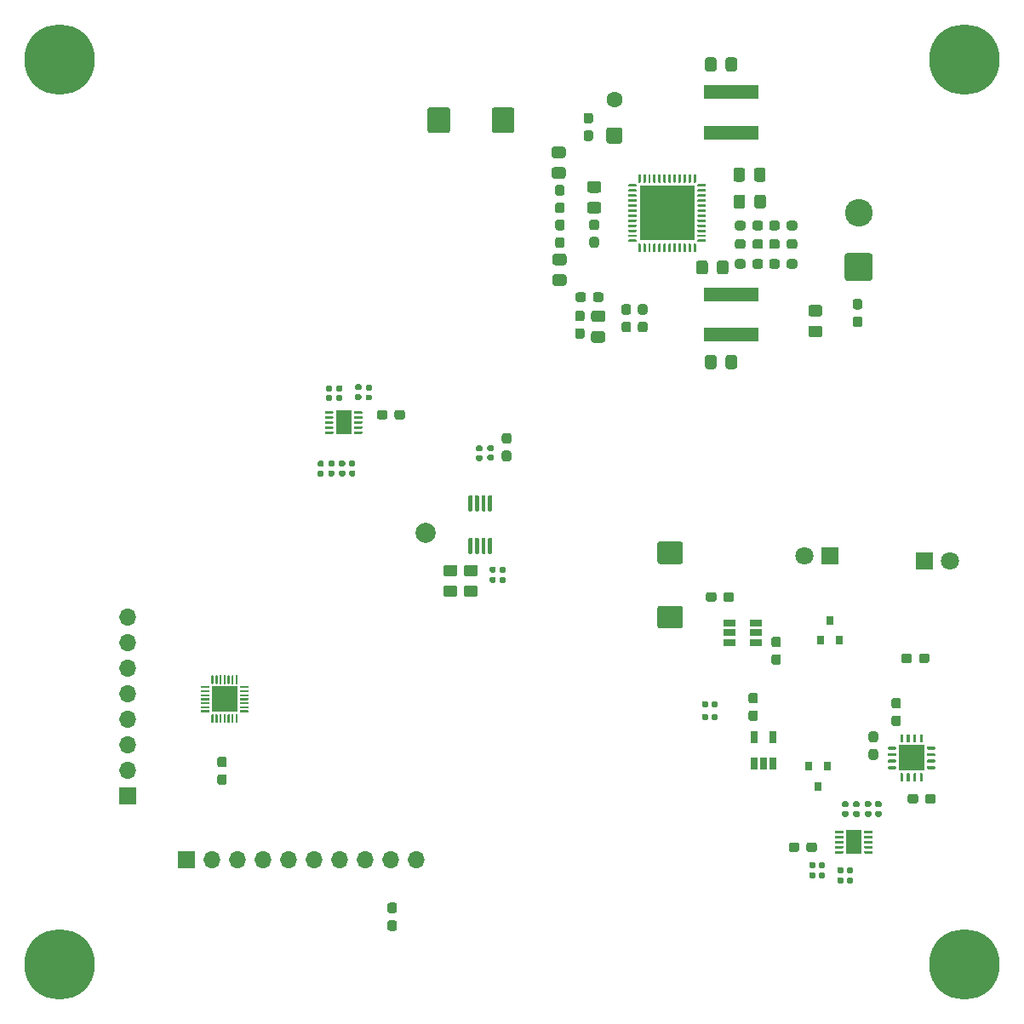
<source format=gbr>
G04 #@! TF.GenerationSoftware,KiCad,Pcbnew,5.1.6-c6e7f7d~87~ubuntu20.04.1*
G04 #@! TF.CreationDate,2020-12-28T10:08:45+02:00*
G04 #@! TF.ProjectId,LED_test_V1.2,4c45445f-7465-4737-945f-56312e322e6b,rev?*
G04 #@! TF.SameCoordinates,Original*
G04 #@! TF.FileFunction,Soldermask,Top*
G04 #@! TF.FilePolarity,Negative*
%FSLAX46Y46*%
G04 Gerber Fmt 4.6, Leading zero omitted, Abs format (unit mm)*
G04 Created by KiCad (PCBNEW 5.1.6-c6e7f7d~87~ubuntu20.04.1) date 2020-12-28 10:08:45*
%MOMM*%
%LPD*%
G01*
G04 APERTURE LIST*
%ADD10R,0.800000X0.900000*%
%ADD11R,1.650000X2.380000*%
%ADD12C,2.750000*%
%ADD13R,2.600000X2.600000*%
%ADD14C,1.800000*%
%ADD15R,1.800000X1.800000*%
%ADD16O,1.700000X1.700000*%
%ADD17R,1.700000X1.700000*%
%ADD18C,7.000000*%
%ADD19R,5.500000X1.430000*%
%ADD20C,1.600000*%
%ADD21R,1.220000X0.650000*%
%ADD22C,2.000000*%
%ADD23R,5.450000X5.450000*%
%ADD24R,0.650000X1.220000*%
%ADD25R,2.500000X2.500000*%
G04 APERTURE END LIST*
D10*
X180420000Y-127300000D03*
X179470000Y-125300000D03*
X181370000Y-125300000D03*
G36*
G01*
X182967500Y-129740000D02*
X183312500Y-129740000D01*
G75*
G02*
X183460000Y-129887500I0J-147500D01*
G01*
X183460000Y-130182500D01*
G75*
G02*
X183312500Y-130330000I-147500J0D01*
G01*
X182967500Y-130330000D01*
G75*
G02*
X182820000Y-130182500I0J147500D01*
G01*
X182820000Y-129887500D01*
G75*
G02*
X182967500Y-129740000I147500J0D01*
G01*
G37*
G36*
G01*
X182967500Y-128770000D02*
X183312500Y-128770000D01*
G75*
G02*
X183460000Y-128917500I0J-147500D01*
G01*
X183460000Y-129212500D01*
G75*
G02*
X183312500Y-129360000I-147500J0D01*
G01*
X182967500Y-129360000D01*
G75*
G02*
X182820000Y-129212500I0J147500D01*
G01*
X182820000Y-128917500D01*
G75*
G02*
X182967500Y-128770000I147500J0D01*
G01*
G37*
G36*
G01*
X131375000Y-90162500D02*
X131375000Y-90037500D01*
G75*
G02*
X131437500Y-89975000I62500J0D01*
G01*
X132162500Y-89975000D01*
G75*
G02*
X132225000Y-90037500I0J-62500D01*
G01*
X132225000Y-90162500D01*
G75*
G02*
X132162500Y-90225000I-62500J0D01*
G01*
X131437500Y-90225000D01*
G75*
G02*
X131375000Y-90162500I0J62500D01*
G01*
G37*
G36*
G01*
X131375000Y-90662500D02*
X131375000Y-90537500D01*
G75*
G02*
X131437500Y-90475000I62500J0D01*
G01*
X132162500Y-90475000D01*
G75*
G02*
X132225000Y-90537500I0J-62500D01*
G01*
X132225000Y-90662500D01*
G75*
G02*
X132162500Y-90725000I-62500J0D01*
G01*
X131437500Y-90725000D01*
G75*
G02*
X131375000Y-90662500I0J62500D01*
G01*
G37*
G36*
G01*
X131375000Y-91162500D02*
X131375000Y-91037500D01*
G75*
G02*
X131437500Y-90975000I62500J0D01*
G01*
X132162500Y-90975000D01*
G75*
G02*
X132225000Y-91037500I0J-62500D01*
G01*
X132225000Y-91162500D01*
G75*
G02*
X132162500Y-91225000I-62500J0D01*
G01*
X131437500Y-91225000D01*
G75*
G02*
X131375000Y-91162500I0J62500D01*
G01*
G37*
G36*
G01*
X131375000Y-91662500D02*
X131375000Y-91537500D01*
G75*
G02*
X131437500Y-91475000I62500J0D01*
G01*
X132162500Y-91475000D01*
G75*
G02*
X132225000Y-91537500I0J-62500D01*
G01*
X132225000Y-91662500D01*
G75*
G02*
X132162500Y-91725000I-62500J0D01*
G01*
X131437500Y-91725000D01*
G75*
G02*
X131375000Y-91662500I0J62500D01*
G01*
G37*
G36*
G01*
X131375000Y-92162500D02*
X131375000Y-92037500D01*
G75*
G02*
X131437500Y-91975000I62500J0D01*
G01*
X132162500Y-91975000D01*
G75*
G02*
X132225000Y-92037500I0J-62500D01*
G01*
X132225000Y-92162500D01*
G75*
G02*
X132162500Y-92225000I-62500J0D01*
G01*
X131437500Y-92225000D01*
G75*
G02*
X131375000Y-92162500I0J62500D01*
G01*
G37*
G36*
G01*
X134275000Y-92162500D02*
X134275000Y-92037500D01*
G75*
G02*
X134337500Y-91975000I62500J0D01*
G01*
X135062500Y-91975000D01*
G75*
G02*
X135125000Y-92037500I0J-62500D01*
G01*
X135125000Y-92162500D01*
G75*
G02*
X135062500Y-92225000I-62500J0D01*
G01*
X134337500Y-92225000D01*
G75*
G02*
X134275000Y-92162500I0J62500D01*
G01*
G37*
G36*
G01*
X134275000Y-91662500D02*
X134275000Y-91537500D01*
G75*
G02*
X134337500Y-91475000I62500J0D01*
G01*
X135062500Y-91475000D01*
G75*
G02*
X135125000Y-91537500I0J-62500D01*
G01*
X135125000Y-91662500D01*
G75*
G02*
X135062500Y-91725000I-62500J0D01*
G01*
X134337500Y-91725000D01*
G75*
G02*
X134275000Y-91662500I0J62500D01*
G01*
G37*
G36*
G01*
X134275000Y-91162500D02*
X134275000Y-91037500D01*
G75*
G02*
X134337500Y-90975000I62500J0D01*
G01*
X135062500Y-90975000D01*
G75*
G02*
X135125000Y-91037500I0J-62500D01*
G01*
X135125000Y-91162500D01*
G75*
G02*
X135062500Y-91225000I-62500J0D01*
G01*
X134337500Y-91225000D01*
G75*
G02*
X134275000Y-91162500I0J62500D01*
G01*
G37*
G36*
G01*
X134275000Y-90662500D02*
X134275000Y-90537500D01*
G75*
G02*
X134337500Y-90475000I62500J0D01*
G01*
X135062500Y-90475000D01*
G75*
G02*
X135125000Y-90537500I0J-62500D01*
G01*
X135125000Y-90662500D01*
G75*
G02*
X135062500Y-90725000I-62500J0D01*
G01*
X134337500Y-90725000D01*
G75*
G02*
X134275000Y-90662500I0J62500D01*
G01*
G37*
G36*
G01*
X134275000Y-90162500D02*
X134275000Y-90037500D01*
G75*
G02*
X134337500Y-89975000I62500J0D01*
G01*
X135062500Y-89975000D01*
G75*
G02*
X135125000Y-90037500I0J-62500D01*
G01*
X135125000Y-90162500D01*
G75*
G02*
X135062500Y-90225000I-62500J0D01*
G01*
X134337500Y-90225000D01*
G75*
G02*
X134275000Y-90162500I0J62500D01*
G01*
G37*
D11*
X133250000Y-91100000D03*
D12*
X184475000Y-70225000D03*
G36*
G01*
X185600001Y-77000000D02*
X183349999Y-77000000D01*
G75*
G02*
X183100000Y-76750001I0J249999D01*
G01*
X183100000Y-74499999D01*
G75*
G02*
X183349999Y-74250000I249999J0D01*
G01*
X185600001Y-74250000D01*
G75*
G02*
X185850000Y-74499999I0J-249999D01*
G01*
X185850000Y-76750001D01*
G75*
G02*
X185600001Y-77000000I-249999J0D01*
G01*
G37*
G36*
G01*
X148770000Y-106937500D02*
X148770000Y-106592500D01*
G75*
G02*
X148917500Y-106445000I147500J0D01*
G01*
X149212500Y-106445000D01*
G75*
G02*
X149360000Y-106592500I0J-147500D01*
G01*
X149360000Y-106937500D01*
G75*
G02*
X149212500Y-107085000I-147500J0D01*
G01*
X148917500Y-107085000D01*
G75*
G02*
X148770000Y-106937500I0J147500D01*
G01*
G37*
G36*
G01*
X147800000Y-106937500D02*
X147800000Y-106592500D01*
G75*
G02*
X147947500Y-106445000I147500J0D01*
G01*
X148242500Y-106445000D01*
G75*
G02*
X148390000Y-106592500I0J-147500D01*
G01*
X148390000Y-106937500D01*
G75*
G02*
X148242500Y-107085000I-147500J0D01*
G01*
X147947500Y-107085000D01*
G75*
G02*
X147800000Y-106937500I0J147500D01*
G01*
G37*
G36*
G01*
X148770000Y-105912500D02*
X148770000Y-105567500D01*
G75*
G02*
X148917500Y-105420000I147500J0D01*
G01*
X149212500Y-105420000D01*
G75*
G02*
X149360000Y-105567500I0J-147500D01*
G01*
X149360000Y-105912500D01*
G75*
G02*
X149212500Y-106060000I-147500J0D01*
G01*
X148917500Y-106060000D01*
G75*
G02*
X148770000Y-105912500I0J147500D01*
G01*
G37*
G36*
G01*
X147800000Y-105912500D02*
X147800000Y-105567500D01*
G75*
G02*
X147947500Y-105420000I147500J0D01*
G01*
X148242500Y-105420000D01*
G75*
G02*
X148390000Y-105567500I0J-147500D01*
G01*
X148390000Y-105912500D01*
G75*
G02*
X148242500Y-106060000I-147500J0D01*
G01*
X147947500Y-106060000D01*
G75*
G02*
X147800000Y-105912500I0J147500D01*
G01*
G37*
G36*
G01*
X147692500Y-94305000D02*
X148037500Y-94305000D01*
G75*
G02*
X148185000Y-94452500I0J-147500D01*
G01*
X148185000Y-94747500D01*
G75*
G02*
X148037500Y-94895000I-147500J0D01*
G01*
X147692500Y-94895000D01*
G75*
G02*
X147545000Y-94747500I0J147500D01*
G01*
X147545000Y-94452500D01*
G75*
G02*
X147692500Y-94305000I147500J0D01*
G01*
G37*
G36*
G01*
X147692500Y-93335000D02*
X148037500Y-93335000D01*
G75*
G02*
X148185000Y-93482500I0J-147500D01*
G01*
X148185000Y-93777500D01*
G75*
G02*
X148037500Y-93925000I-147500J0D01*
G01*
X147692500Y-93925000D01*
G75*
G02*
X147545000Y-93777500I0J147500D01*
G01*
X147545000Y-93482500D01*
G75*
G02*
X147692500Y-93335000I147500J0D01*
G01*
G37*
G36*
G01*
X146567500Y-94330000D02*
X146912500Y-94330000D01*
G75*
G02*
X147060000Y-94477500I0J-147500D01*
G01*
X147060000Y-94772500D01*
G75*
G02*
X146912500Y-94920000I-147500J0D01*
G01*
X146567500Y-94920000D01*
G75*
G02*
X146420000Y-94772500I0J147500D01*
G01*
X146420000Y-94477500D01*
G75*
G02*
X146567500Y-94330000I147500J0D01*
G01*
G37*
G36*
G01*
X146567500Y-93360000D02*
X146912500Y-93360000D01*
G75*
G02*
X147060000Y-93507500I0J-147500D01*
G01*
X147060000Y-93802500D01*
G75*
G02*
X146912500Y-93950000I-147500J0D01*
G01*
X146567500Y-93950000D01*
G75*
G02*
X146420000Y-93802500I0J147500D01*
G01*
X146420000Y-93507500D01*
G75*
G02*
X146567500Y-93360000I147500J0D01*
G01*
G37*
G36*
G01*
X176625000Y-75087500D02*
X176625000Y-75562500D01*
G75*
G02*
X176387500Y-75800000I-237500J0D01*
G01*
X175812500Y-75800000D01*
G75*
G02*
X175575000Y-75562500I0J237500D01*
G01*
X175575000Y-75087500D01*
G75*
G02*
X175812500Y-74850000I237500J0D01*
G01*
X176387500Y-74850000D01*
G75*
G02*
X176625000Y-75087500I0J-237500D01*
G01*
G37*
G36*
G01*
X178375000Y-75087500D02*
X178375000Y-75562500D01*
G75*
G02*
X178137500Y-75800000I-237500J0D01*
G01*
X177562500Y-75800000D01*
G75*
G02*
X177325000Y-75562500I0J237500D01*
G01*
X177325000Y-75087500D01*
G75*
G02*
X177562500Y-74850000I237500J0D01*
G01*
X178137500Y-74850000D01*
G75*
G02*
X178375000Y-75087500I0J-237500D01*
G01*
G37*
D13*
X121412000Y-118618000D03*
G36*
G01*
X122712000Y-120168000D02*
X122712000Y-120943000D01*
G75*
G02*
X122662000Y-120993000I-50000J0D01*
G01*
X122562000Y-120993000D01*
G75*
G02*
X122512000Y-120943000I0J50000D01*
G01*
X122512000Y-120168000D01*
G75*
G02*
X122562000Y-120118000I50000J0D01*
G01*
X122662000Y-120118000D01*
G75*
G02*
X122712000Y-120168000I0J-50000D01*
G01*
G37*
G36*
G01*
X122312000Y-120168000D02*
X122312000Y-120943000D01*
G75*
G02*
X122262000Y-120993000I-50000J0D01*
G01*
X122162000Y-120993000D01*
G75*
G02*
X122112000Y-120943000I0J50000D01*
G01*
X122112000Y-120168000D01*
G75*
G02*
X122162000Y-120118000I50000J0D01*
G01*
X122262000Y-120118000D01*
G75*
G02*
X122312000Y-120168000I0J-50000D01*
G01*
G37*
G36*
G01*
X121912000Y-120168000D02*
X121912000Y-120943000D01*
G75*
G02*
X121862000Y-120993000I-50000J0D01*
G01*
X121762000Y-120993000D01*
G75*
G02*
X121712000Y-120943000I0J50000D01*
G01*
X121712000Y-120168000D01*
G75*
G02*
X121762000Y-120118000I50000J0D01*
G01*
X121862000Y-120118000D01*
G75*
G02*
X121912000Y-120168000I0J-50000D01*
G01*
G37*
G36*
G01*
X121512000Y-120168000D02*
X121512000Y-120943000D01*
G75*
G02*
X121462000Y-120993000I-50000J0D01*
G01*
X121362000Y-120993000D01*
G75*
G02*
X121312000Y-120943000I0J50000D01*
G01*
X121312000Y-120168000D01*
G75*
G02*
X121362000Y-120118000I50000J0D01*
G01*
X121462000Y-120118000D01*
G75*
G02*
X121512000Y-120168000I0J-50000D01*
G01*
G37*
G36*
G01*
X121112000Y-120168000D02*
X121112000Y-120943000D01*
G75*
G02*
X121062000Y-120993000I-50000J0D01*
G01*
X120962000Y-120993000D01*
G75*
G02*
X120912000Y-120943000I0J50000D01*
G01*
X120912000Y-120168000D01*
G75*
G02*
X120962000Y-120118000I50000J0D01*
G01*
X121062000Y-120118000D01*
G75*
G02*
X121112000Y-120168000I0J-50000D01*
G01*
G37*
G36*
G01*
X120712000Y-120168000D02*
X120712000Y-120943000D01*
G75*
G02*
X120662000Y-120993000I-50000J0D01*
G01*
X120562000Y-120993000D01*
G75*
G02*
X120512000Y-120943000I0J50000D01*
G01*
X120512000Y-120168000D01*
G75*
G02*
X120562000Y-120118000I50000J0D01*
G01*
X120662000Y-120118000D01*
G75*
G02*
X120712000Y-120168000I0J-50000D01*
G01*
G37*
G36*
G01*
X120312000Y-120168000D02*
X120312000Y-120943000D01*
G75*
G02*
X120262000Y-120993000I-50000J0D01*
G01*
X120162000Y-120993000D01*
G75*
G02*
X120112000Y-120943000I0J50000D01*
G01*
X120112000Y-120168000D01*
G75*
G02*
X120162000Y-120118000I50000J0D01*
G01*
X120262000Y-120118000D01*
G75*
G02*
X120312000Y-120168000I0J-50000D01*
G01*
G37*
G36*
G01*
X119912000Y-119768000D02*
X119912000Y-119868000D01*
G75*
G02*
X119862000Y-119918000I-50000J0D01*
G01*
X119087000Y-119918000D01*
G75*
G02*
X119037000Y-119868000I0J50000D01*
G01*
X119037000Y-119768000D01*
G75*
G02*
X119087000Y-119718000I50000J0D01*
G01*
X119862000Y-119718000D01*
G75*
G02*
X119912000Y-119768000I0J-50000D01*
G01*
G37*
G36*
G01*
X119912000Y-119368000D02*
X119912000Y-119468000D01*
G75*
G02*
X119862000Y-119518000I-50000J0D01*
G01*
X119087000Y-119518000D01*
G75*
G02*
X119037000Y-119468000I0J50000D01*
G01*
X119037000Y-119368000D01*
G75*
G02*
X119087000Y-119318000I50000J0D01*
G01*
X119862000Y-119318000D01*
G75*
G02*
X119912000Y-119368000I0J-50000D01*
G01*
G37*
G36*
G01*
X119912000Y-118968000D02*
X119912000Y-119068000D01*
G75*
G02*
X119862000Y-119118000I-50000J0D01*
G01*
X119087000Y-119118000D01*
G75*
G02*
X119037000Y-119068000I0J50000D01*
G01*
X119037000Y-118968000D01*
G75*
G02*
X119087000Y-118918000I50000J0D01*
G01*
X119862000Y-118918000D01*
G75*
G02*
X119912000Y-118968000I0J-50000D01*
G01*
G37*
G36*
G01*
X119912000Y-118568000D02*
X119912000Y-118668000D01*
G75*
G02*
X119862000Y-118718000I-50000J0D01*
G01*
X119087000Y-118718000D01*
G75*
G02*
X119037000Y-118668000I0J50000D01*
G01*
X119037000Y-118568000D01*
G75*
G02*
X119087000Y-118518000I50000J0D01*
G01*
X119862000Y-118518000D01*
G75*
G02*
X119912000Y-118568000I0J-50000D01*
G01*
G37*
G36*
G01*
X119912000Y-118168000D02*
X119912000Y-118268000D01*
G75*
G02*
X119862000Y-118318000I-50000J0D01*
G01*
X119087000Y-118318000D01*
G75*
G02*
X119037000Y-118268000I0J50000D01*
G01*
X119037000Y-118168000D01*
G75*
G02*
X119087000Y-118118000I50000J0D01*
G01*
X119862000Y-118118000D01*
G75*
G02*
X119912000Y-118168000I0J-50000D01*
G01*
G37*
G36*
G01*
X119912000Y-117768000D02*
X119912000Y-117868000D01*
G75*
G02*
X119862000Y-117918000I-50000J0D01*
G01*
X119087000Y-117918000D01*
G75*
G02*
X119037000Y-117868000I0J50000D01*
G01*
X119037000Y-117768000D01*
G75*
G02*
X119087000Y-117718000I50000J0D01*
G01*
X119862000Y-117718000D01*
G75*
G02*
X119912000Y-117768000I0J-50000D01*
G01*
G37*
G36*
G01*
X119912000Y-117368000D02*
X119912000Y-117468000D01*
G75*
G02*
X119862000Y-117518000I-50000J0D01*
G01*
X119087000Y-117518000D01*
G75*
G02*
X119037000Y-117468000I0J50000D01*
G01*
X119037000Y-117368000D01*
G75*
G02*
X119087000Y-117318000I50000J0D01*
G01*
X119862000Y-117318000D01*
G75*
G02*
X119912000Y-117368000I0J-50000D01*
G01*
G37*
G36*
G01*
X120312000Y-116293000D02*
X120312000Y-117068000D01*
G75*
G02*
X120262000Y-117118000I-50000J0D01*
G01*
X120162000Y-117118000D01*
G75*
G02*
X120112000Y-117068000I0J50000D01*
G01*
X120112000Y-116293000D01*
G75*
G02*
X120162000Y-116243000I50000J0D01*
G01*
X120262000Y-116243000D01*
G75*
G02*
X120312000Y-116293000I0J-50000D01*
G01*
G37*
G36*
G01*
X120712000Y-116293000D02*
X120712000Y-117068000D01*
G75*
G02*
X120662000Y-117118000I-50000J0D01*
G01*
X120562000Y-117118000D01*
G75*
G02*
X120512000Y-117068000I0J50000D01*
G01*
X120512000Y-116293000D01*
G75*
G02*
X120562000Y-116243000I50000J0D01*
G01*
X120662000Y-116243000D01*
G75*
G02*
X120712000Y-116293000I0J-50000D01*
G01*
G37*
G36*
G01*
X121112000Y-116293000D02*
X121112000Y-117068000D01*
G75*
G02*
X121062000Y-117118000I-50000J0D01*
G01*
X120962000Y-117118000D01*
G75*
G02*
X120912000Y-117068000I0J50000D01*
G01*
X120912000Y-116293000D01*
G75*
G02*
X120962000Y-116243000I50000J0D01*
G01*
X121062000Y-116243000D01*
G75*
G02*
X121112000Y-116293000I0J-50000D01*
G01*
G37*
G36*
G01*
X121512000Y-116293000D02*
X121512000Y-117068000D01*
G75*
G02*
X121462000Y-117118000I-50000J0D01*
G01*
X121362000Y-117118000D01*
G75*
G02*
X121312000Y-117068000I0J50000D01*
G01*
X121312000Y-116293000D01*
G75*
G02*
X121362000Y-116243000I50000J0D01*
G01*
X121462000Y-116243000D01*
G75*
G02*
X121512000Y-116293000I0J-50000D01*
G01*
G37*
G36*
G01*
X121912000Y-116293000D02*
X121912000Y-117068000D01*
G75*
G02*
X121862000Y-117118000I-50000J0D01*
G01*
X121762000Y-117118000D01*
G75*
G02*
X121712000Y-117068000I0J50000D01*
G01*
X121712000Y-116293000D01*
G75*
G02*
X121762000Y-116243000I50000J0D01*
G01*
X121862000Y-116243000D01*
G75*
G02*
X121912000Y-116293000I0J-50000D01*
G01*
G37*
G36*
G01*
X122312000Y-116293000D02*
X122312000Y-117068000D01*
G75*
G02*
X122262000Y-117118000I-50000J0D01*
G01*
X122162000Y-117118000D01*
G75*
G02*
X122112000Y-117068000I0J50000D01*
G01*
X122112000Y-116293000D01*
G75*
G02*
X122162000Y-116243000I50000J0D01*
G01*
X122262000Y-116243000D01*
G75*
G02*
X122312000Y-116293000I0J-50000D01*
G01*
G37*
G36*
G01*
X122712000Y-116293000D02*
X122712000Y-117068000D01*
G75*
G02*
X122662000Y-117118000I-50000J0D01*
G01*
X122562000Y-117118000D01*
G75*
G02*
X122512000Y-117068000I0J50000D01*
G01*
X122512000Y-116293000D01*
G75*
G02*
X122562000Y-116243000I50000J0D01*
G01*
X122662000Y-116243000D01*
G75*
G02*
X122712000Y-116293000I0J-50000D01*
G01*
G37*
G36*
G01*
X123787000Y-117368000D02*
X123787000Y-117468000D01*
G75*
G02*
X123737000Y-117518000I-50000J0D01*
G01*
X122962000Y-117518000D01*
G75*
G02*
X122912000Y-117468000I0J50000D01*
G01*
X122912000Y-117368000D01*
G75*
G02*
X122962000Y-117318000I50000J0D01*
G01*
X123737000Y-117318000D01*
G75*
G02*
X123787000Y-117368000I0J-50000D01*
G01*
G37*
G36*
G01*
X123787000Y-117768000D02*
X123787000Y-117868000D01*
G75*
G02*
X123737000Y-117918000I-50000J0D01*
G01*
X122962000Y-117918000D01*
G75*
G02*
X122912000Y-117868000I0J50000D01*
G01*
X122912000Y-117768000D01*
G75*
G02*
X122962000Y-117718000I50000J0D01*
G01*
X123737000Y-117718000D01*
G75*
G02*
X123787000Y-117768000I0J-50000D01*
G01*
G37*
G36*
G01*
X123787000Y-118168000D02*
X123787000Y-118268000D01*
G75*
G02*
X123737000Y-118318000I-50000J0D01*
G01*
X122962000Y-118318000D01*
G75*
G02*
X122912000Y-118268000I0J50000D01*
G01*
X122912000Y-118168000D01*
G75*
G02*
X122962000Y-118118000I50000J0D01*
G01*
X123737000Y-118118000D01*
G75*
G02*
X123787000Y-118168000I0J-50000D01*
G01*
G37*
G36*
G01*
X123787000Y-118568000D02*
X123787000Y-118668000D01*
G75*
G02*
X123737000Y-118718000I-50000J0D01*
G01*
X122962000Y-118718000D01*
G75*
G02*
X122912000Y-118668000I0J50000D01*
G01*
X122912000Y-118568000D01*
G75*
G02*
X122962000Y-118518000I50000J0D01*
G01*
X123737000Y-118518000D01*
G75*
G02*
X123787000Y-118568000I0J-50000D01*
G01*
G37*
G36*
G01*
X123787000Y-118968000D02*
X123787000Y-119068000D01*
G75*
G02*
X123737000Y-119118000I-50000J0D01*
G01*
X122962000Y-119118000D01*
G75*
G02*
X122912000Y-119068000I0J50000D01*
G01*
X122912000Y-118968000D01*
G75*
G02*
X122962000Y-118918000I50000J0D01*
G01*
X123737000Y-118918000D01*
G75*
G02*
X123787000Y-118968000I0J-50000D01*
G01*
G37*
G36*
G01*
X123787000Y-119368000D02*
X123787000Y-119468000D01*
G75*
G02*
X123737000Y-119518000I-50000J0D01*
G01*
X122962000Y-119518000D01*
G75*
G02*
X122912000Y-119468000I0J50000D01*
G01*
X122912000Y-119368000D01*
G75*
G02*
X122962000Y-119318000I50000J0D01*
G01*
X123737000Y-119318000D01*
G75*
G02*
X123787000Y-119368000I0J-50000D01*
G01*
G37*
G36*
G01*
X123787000Y-119768000D02*
X123787000Y-119868000D01*
G75*
G02*
X123737000Y-119918000I-50000J0D01*
G01*
X122962000Y-119918000D01*
G75*
G02*
X122912000Y-119868000I0J50000D01*
G01*
X122912000Y-119768000D01*
G75*
G02*
X122962000Y-119718000I50000J0D01*
G01*
X123737000Y-119718000D01*
G75*
G02*
X123787000Y-119768000I0J-50000D01*
G01*
G37*
D14*
X179070000Y-104394000D03*
D15*
X181610000Y-104394000D03*
G36*
G01*
X189783000Y-114316500D02*
X189783000Y-114791500D01*
G75*
G02*
X189545500Y-115029000I-237500J0D01*
G01*
X188970500Y-115029000D01*
G75*
G02*
X188733000Y-114791500I0J237500D01*
G01*
X188733000Y-114316500D01*
G75*
G02*
X188970500Y-114079000I237500J0D01*
G01*
X189545500Y-114079000D01*
G75*
G02*
X189783000Y-114316500I0J-237500D01*
G01*
G37*
G36*
G01*
X191533000Y-114316500D02*
X191533000Y-114791500D01*
G75*
G02*
X191295500Y-115029000I-237500J0D01*
G01*
X190720500Y-115029000D01*
G75*
G02*
X190483000Y-114791500I0J237500D01*
G01*
X190483000Y-114316500D01*
G75*
G02*
X190720500Y-114079000I237500J0D01*
G01*
X191295500Y-114079000D01*
G75*
G02*
X191533000Y-114316500I0J-237500D01*
G01*
G37*
G36*
G01*
X176038500Y-114142000D02*
X176513500Y-114142000D01*
G75*
G02*
X176751000Y-114379500I0J-237500D01*
G01*
X176751000Y-114954500D01*
G75*
G02*
X176513500Y-115192000I-237500J0D01*
G01*
X176038500Y-115192000D01*
G75*
G02*
X175801000Y-114954500I0J237500D01*
G01*
X175801000Y-114379500D01*
G75*
G02*
X176038500Y-114142000I237500J0D01*
G01*
G37*
G36*
G01*
X176038500Y-112392000D02*
X176513500Y-112392000D01*
G75*
G02*
X176751000Y-112629500I0J-237500D01*
G01*
X176751000Y-113204500D01*
G75*
G02*
X176513500Y-113442000I-237500J0D01*
G01*
X176038500Y-113442000D01*
G75*
G02*
X175801000Y-113204500I0J237500D01*
G01*
X175801000Y-112629500D01*
G75*
G02*
X176038500Y-112392000I237500J0D01*
G01*
G37*
G36*
G01*
X169862000Y-119298500D02*
X169862000Y-118953500D01*
G75*
G02*
X170009500Y-118806000I147500J0D01*
G01*
X170304500Y-118806000D01*
G75*
G02*
X170452000Y-118953500I0J-147500D01*
G01*
X170452000Y-119298500D01*
G75*
G02*
X170304500Y-119446000I-147500J0D01*
G01*
X170009500Y-119446000D01*
G75*
G02*
X169862000Y-119298500I0J147500D01*
G01*
G37*
G36*
G01*
X168892000Y-119298500D02*
X168892000Y-118953500D01*
G75*
G02*
X169039500Y-118806000I147500J0D01*
G01*
X169334500Y-118806000D01*
G75*
G02*
X169482000Y-118953500I0J-147500D01*
G01*
X169482000Y-119298500D01*
G75*
G02*
X169334500Y-119446000I-147500J0D01*
G01*
X169039500Y-119446000D01*
G75*
G02*
X168892000Y-119298500I0J147500D01*
G01*
G37*
G36*
G01*
X182944000Y-135463500D02*
X182944000Y-135808500D01*
G75*
G02*
X182796500Y-135956000I-147500J0D01*
G01*
X182501500Y-135956000D01*
G75*
G02*
X182354000Y-135808500I0J147500D01*
G01*
X182354000Y-135463500D01*
G75*
G02*
X182501500Y-135316000I147500J0D01*
G01*
X182796500Y-135316000D01*
G75*
G02*
X182944000Y-135463500I0J-147500D01*
G01*
G37*
G36*
G01*
X183914000Y-135463500D02*
X183914000Y-135808500D01*
G75*
G02*
X183766500Y-135956000I-147500J0D01*
G01*
X183471500Y-135956000D01*
G75*
G02*
X183324000Y-135808500I0J147500D01*
G01*
X183324000Y-135463500D01*
G75*
G02*
X183471500Y-135316000I147500J0D01*
G01*
X183766500Y-135316000D01*
G75*
G02*
X183914000Y-135463500I0J-147500D01*
G01*
G37*
G36*
G01*
X169862000Y-120568500D02*
X169862000Y-120223500D01*
G75*
G02*
X170009500Y-120076000I147500J0D01*
G01*
X170304500Y-120076000D01*
G75*
G02*
X170452000Y-120223500I0J-147500D01*
G01*
X170452000Y-120568500D01*
G75*
G02*
X170304500Y-120716000I-147500J0D01*
G01*
X170009500Y-120716000D01*
G75*
G02*
X169862000Y-120568500I0J147500D01*
G01*
G37*
G36*
G01*
X168892000Y-120568500D02*
X168892000Y-120223500D01*
G75*
G02*
X169039500Y-120076000I147500J0D01*
G01*
X169334500Y-120076000D01*
G75*
G02*
X169482000Y-120223500I0J-147500D01*
G01*
X169482000Y-120568500D01*
G75*
G02*
X169334500Y-120716000I-147500J0D01*
G01*
X169039500Y-120716000D01*
G75*
G02*
X168892000Y-120568500I0J147500D01*
G01*
G37*
G36*
G01*
X182944000Y-136479500D02*
X182944000Y-136824500D01*
G75*
G02*
X182796500Y-136972000I-147500J0D01*
G01*
X182501500Y-136972000D01*
G75*
G02*
X182354000Y-136824500I0J147500D01*
G01*
X182354000Y-136479500D01*
G75*
G02*
X182501500Y-136332000I147500J0D01*
G01*
X182796500Y-136332000D01*
G75*
G02*
X182944000Y-136479500I0J-147500D01*
G01*
G37*
G36*
G01*
X183914000Y-136479500D02*
X183914000Y-136824500D01*
G75*
G02*
X183766500Y-136972000I-147500J0D01*
G01*
X183471500Y-136972000D01*
G75*
G02*
X183324000Y-136824500I0J147500D01*
G01*
X183324000Y-136479500D01*
G75*
G02*
X183471500Y-136332000I147500J0D01*
G01*
X183766500Y-136332000D01*
G75*
G02*
X183914000Y-136479500I0J-147500D01*
G01*
G37*
G36*
G01*
X186608500Y-129350000D02*
X186263500Y-129350000D01*
G75*
G02*
X186116000Y-129202500I0J147500D01*
G01*
X186116000Y-128907500D01*
G75*
G02*
X186263500Y-128760000I147500J0D01*
G01*
X186608500Y-128760000D01*
G75*
G02*
X186756000Y-128907500I0J-147500D01*
G01*
X186756000Y-129202500D01*
G75*
G02*
X186608500Y-129350000I-147500J0D01*
G01*
G37*
G36*
G01*
X186608500Y-130320000D02*
X186263500Y-130320000D01*
G75*
G02*
X186116000Y-130172500I0J147500D01*
G01*
X186116000Y-129877500D01*
G75*
G02*
X186263500Y-129730000I147500J0D01*
G01*
X186608500Y-129730000D01*
G75*
G02*
X186756000Y-129877500I0J-147500D01*
G01*
X186756000Y-130172500D01*
G75*
G02*
X186608500Y-130320000I-147500J0D01*
G01*
G37*
G36*
G01*
X180150000Y-135971500D02*
X180150000Y-136316500D01*
G75*
G02*
X180002500Y-136464000I-147500J0D01*
G01*
X179707500Y-136464000D01*
G75*
G02*
X179560000Y-136316500I0J147500D01*
G01*
X179560000Y-135971500D01*
G75*
G02*
X179707500Y-135824000I147500J0D01*
G01*
X180002500Y-135824000D01*
G75*
G02*
X180150000Y-135971500I0J-147500D01*
G01*
G37*
G36*
G01*
X181120000Y-135971500D02*
X181120000Y-136316500D01*
G75*
G02*
X180972500Y-136464000I-147500J0D01*
G01*
X180677500Y-136464000D01*
G75*
G02*
X180530000Y-136316500I0J147500D01*
G01*
X180530000Y-135971500D01*
G75*
G02*
X180677500Y-135824000I147500J0D01*
G01*
X180972500Y-135824000D01*
G75*
G02*
X181120000Y-135971500I0J-147500D01*
G01*
G37*
G36*
G01*
X184097500Y-129740000D02*
X184442500Y-129740000D01*
G75*
G02*
X184590000Y-129887500I0J-147500D01*
G01*
X184590000Y-130182500D01*
G75*
G02*
X184442500Y-130330000I-147500J0D01*
G01*
X184097500Y-130330000D01*
G75*
G02*
X183950000Y-130182500I0J147500D01*
G01*
X183950000Y-129887500D01*
G75*
G02*
X184097500Y-129740000I147500J0D01*
G01*
G37*
G36*
G01*
X184097500Y-128770000D02*
X184442500Y-128770000D01*
G75*
G02*
X184590000Y-128917500I0J-147500D01*
G01*
X184590000Y-129212500D01*
G75*
G02*
X184442500Y-129360000I-147500J0D01*
G01*
X184097500Y-129360000D01*
G75*
G02*
X183950000Y-129212500I0J147500D01*
G01*
X183950000Y-128917500D01*
G75*
G02*
X184097500Y-128770000I147500J0D01*
G01*
G37*
G36*
G01*
X185592500Y-129340000D02*
X185247500Y-129340000D01*
G75*
G02*
X185100000Y-129192500I0J147500D01*
G01*
X185100000Y-128897500D01*
G75*
G02*
X185247500Y-128750000I147500J0D01*
G01*
X185592500Y-128750000D01*
G75*
G02*
X185740000Y-128897500I0J-147500D01*
G01*
X185740000Y-129192500D01*
G75*
G02*
X185592500Y-129340000I-147500J0D01*
G01*
G37*
G36*
G01*
X185592500Y-130310000D02*
X185247500Y-130310000D01*
G75*
G02*
X185100000Y-130162500I0J147500D01*
G01*
X185100000Y-129867500D01*
G75*
G02*
X185247500Y-129720000I147500J0D01*
G01*
X185592500Y-129720000D01*
G75*
G02*
X185740000Y-129867500I0J-147500D01*
G01*
X185740000Y-130162500D01*
G75*
G02*
X185592500Y-130310000I-147500J0D01*
G01*
G37*
G36*
G01*
X180150000Y-134955500D02*
X180150000Y-135300500D01*
G75*
G02*
X180002500Y-135448000I-147500J0D01*
G01*
X179707500Y-135448000D01*
G75*
G02*
X179560000Y-135300500I0J147500D01*
G01*
X179560000Y-134955500D01*
G75*
G02*
X179707500Y-134808000I147500J0D01*
G01*
X180002500Y-134808000D01*
G75*
G02*
X180150000Y-134955500I0J-147500D01*
G01*
G37*
G36*
G01*
X181120000Y-134955500D02*
X181120000Y-135300500D01*
G75*
G02*
X180972500Y-135448000I-147500J0D01*
G01*
X180677500Y-135448000D01*
G75*
G02*
X180530000Y-135300500I0J147500D01*
G01*
X180530000Y-134955500D01*
G75*
G02*
X180677500Y-134808000I147500J0D01*
G01*
X180972500Y-134808000D01*
G75*
G02*
X181120000Y-134955500I0J-147500D01*
G01*
G37*
G36*
G01*
X131972500Y-88010000D02*
X131627500Y-88010000D01*
G75*
G02*
X131480000Y-87862500I0J147500D01*
G01*
X131480000Y-87567500D01*
G75*
G02*
X131627500Y-87420000I147500J0D01*
G01*
X131972500Y-87420000D01*
G75*
G02*
X132120000Y-87567500I0J-147500D01*
G01*
X132120000Y-87862500D01*
G75*
G02*
X131972500Y-88010000I-147500J0D01*
G01*
G37*
G36*
G01*
X131972500Y-88980000D02*
X131627500Y-88980000D01*
G75*
G02*
X131480000Y-88832500I0J147500D01*
G01*
X131480000Y-88537500D01*
G75*
G02*
X131627500Y-88390000I147500J0D01*
G01*
X131972500Y-88390000D01*
G75*
G02*
X132120000Y-88537500I0J-147500D01*
G01*
X132120000Y-88832500D01*
G75*
G02*
X131972500Y-88980000I-147500J0D01*
G01*
G37*
G36*
G01*
X133922500Y-95855000D02*
X134267500Y-95855000D01*
G75*
G02*
X134415000Y-96002500I0J-147500D01*
G01*
X134415000Y-96297500D01*
G75*
G02*
X134267500Y-96445000I-147500J0D01*
G01*
X133922500Y-96445000D01*
G75*
G02*
X133775000Y-96297500I0J147500D01*
G01*
X133775000Y-96002500D01*
G75*
G02*
X133922500Y-95855000I147500J0D01*
G01*
G37*
G36*
G01*
X133922500Y-94885000D02*
X134267500Y-94885000D01*
G75*
G02*
X134415000Y-95032500I0J-147500D01*
G01*
X134415000Y-95327500D01*
G75*
G02*
X134267500Y-95475000I-147500J0D01*
G01*
X133922500Y-95475000D01*
G75*
G02*
X133775000Y-95327500I0J147500D01*
G01*
X133775000Y-95032500D01*
G75*
G02*
X133922500Y-94885000I147500J0D01*
G01*
G37*
G36*
G01*
X130797500Y-95880000D02*
X131142500Y-95880000D01*
G75*
G02*
X131290000Y-96027500I0J-147500D01*
G01*
X131290000Y-96322500D01*
G75*
G02*
X131142500Y-96470000I-147500J0D01*
G01*
X130797500Y-96470000D01*
G75*
G02*
X130650000Y-96322500I0J147500D01*
G01*
X130650000Y-96027500D01*
G75*
G02*
X130797500Y-95880000I147500J0D01*
G01*
G37*
G36*
G01*
X130797500Y-94910000D02*
X131142500Y-94910000D01*
G75*
G02*
X131290000Y-95057500I0J-147500D01*
G01*
X131290000Y-95352500D01*
G75*
G02*
X131142500Y-95500000I-147500J0D01*
G01*
X130797500Y-95500000D01*
G75*
G02*
X130650000Y-95352500I0J147500D01*
G01*
X130650000Y-95057500D01*
G75*
G02*
X130797500Y-94910000I147500J0D01*
G01*
G37*
G36*
G01*
X132997500Y-87985000D02*
X132652500Y-87985000D01*
G75*
G02*
X132505000Y-87837500I0J147500D01*
G01*
X132505000Y-87542500D01*
G75*
G02*
X132652500Y-87395000I147500J0D01*
G01*
X132997500Y-87395000D01*
G75*
G02*
X133145000Y-87542500I0J-147500D01*
G01*
X133145000Y-87837500D01*
G75*
G02*
X132997500Y-87985000I-147500J0D01*
G01*
G37*
G36*
G01*
X132997500Y-88955000D02*
X132652500Y-88955000D01*
G75*
G02*
X132505000Y-88807500I0J147500D01*
G01*
X132505000Y-88512500D01*
G75*
G02*
X132652500Y-88365000I147500J0D01*
G01*
X132997500Y-88365000D01*
G75*
G02*
X133145000Y-88512500I0J-147500D01*
G01*
X133145000Y-88807500D01*
G75*
G02*
X132997500Y-88955000I-147500J0D01*
G01*
G37*
G36*
G01*
X132922500Y-95855000D02*
X133267500Y-95855000D01*
G75*
G02*
X133415000Y-96002500I0J-147500D01*
G01*
X133415000Y-96297500D01*
G75*
G02*
X133267500Y-96445000I-147500J0D01*
G01*
X132922500Y-96445000D01*
G75*
G02*
X132775000Y-96297500I0J147500D01*
G01*
X132775000Y-96002500D01*
G75*
G02*
X132922500Y-95855000I147500J0D01*
G01*
G37*
G36*
G01*
X132922500Y-94885000D02*
X133267500Y-94885000D01*
G75*
G02*
X133415000Y-95032500I0J-147500D01*
G01*
X133415000Y-95327500D01*
G75*
G02*
X133267500Y-95475000I-147500J0D01*
G01*
X132922500Y-95475000D01*
G75*
G02*
X132775000Y-95327500I0J147500D01*
G01*
X132775000Y-95032500D01*
G75*
G02*
X132922500Y-94885000I147500J0D01*
G01*
G37*
G36*
G01*
X131872500Y-95855000D02*
X132217500Y-95855000D01*
G75*
G02*
X132365000Y-96002500I0J-147500D01*
G01*
X132365000Y-96297500D01*
G75*
G02*
X132217500Y-96445000I-147500J0D01*
G01*
X131872500Y-96445000D01*
G75*
G02*
X131725000Y-96297500I0J147500D01*
G01*
X131725000Y-96002500D01*
G75*
G02*
X131872500Y-95855000I147500J0D01*
G01*
G37*
G36*
G01*
X131872500Y-94885000D02*
X132217500Y-94885000D01*
G75*
G02*
X132365000Y-95032500I0J-147500D01*
G01*
X132365000Y-95327500D01*
G75*
G02*
X132217500Y-95475000I-147500J0D01*
G01*
X131872500Y-95475000D01*
G75*
G02*
X131725000Y-95327500I0J147500D01*
G01*
X131725000Y-95032500D01*
G75*
G02*
X131872500Y-94885000I147500J0D01*
G01*
G37*
G36*
G01*
X135947500Y-87935000D02*
X135602500Y-87935000D01*
G75*
G02*
X135455000Y-87787500I0J147500D01*
G01*
X135455000Y-87492500D01*
G75*
G02*
X135602500Y-87345000I147500J0D01*
G01*
X135947500Y-87345000D01*
G75*
G02*
X136095000Y-87492500I0J-147500D01*
G01*
X136095000Y-87787500D01*
G75*
G02*
X135947500Y-87935000I-147500J0D01*
G01*
G37*
G36*
G01*
X135947500Y-88905000D02*
X135602500Y-88905000D01*
G75*
G02*
X135455000Y-88757500I0J147500D01*
G01*
X135455000Y-88462500D01*
G75*
G02*
X135602500Y-88315000I147500J0D01*
G01*
X135947500Y-88315000D01*
G75*
G02*
X136095000Y-88462500I0J-147500D01*
G01*
X136095000Y-88757500D01*
G75*
G02*
X135947500Y-88905000I-147500J0D01*
G01*
G37*
G36*
G01*
X134527500Y-88265000D02*
X134872500Y-88265000D01*
G75*
G02*
X135020000Y-88412500I0J-147500D01*
G01*
X135020000Y-88707500D01*
G75*
G02*
X134872500Y-88855000I-147500J0D01*
G01*
X134527500Y-88855000D01*
G75*
G02*
X134380000Y-88707500I0J147500D01*
G01*
X134380000Y-88412500D01*
G75*
G02*
X134527500Y-88265000I147500J0D01*
G01*
G37*
G36*
G01*
X134527500Y-87295000D02*
X134872500Y-87295000D01*
G75*
G02*
X135020000Y-87442500I0J-147500D01*
G01*
X135020000Y-87737500D01*
G75*
G02*
X134872500Y-87885000I-147500J0D01*
G01*
X134527500Y-87885000D01*
G75*
G02*
X134380000Y-87737500I0J147500D01*
G01*
X134380000Y-87442500D01*
G75*
G02*
X134527500Y-87295000I147500J0D01*
G01*
G37*
G36*
G01*
X137842500Y-140610000D02*
X138317500Y-140610000D01*
G75*
G02*
X138555000Y-140847500I0J-237500D01*
G01*
X138555000Y-141422500D01*
G75*
G02*
X138317500Y-141660000I-237500J0D01*
G01*
X137842500Y-141660000D01*
G75*
G02*
X137605000Y-141422500I0J237500D01*
G01*
X137605000Y-140847500D01*
G75*
G02*
X137842500Y-140610000I237500J0D01*
G01*
G37*
G36*
G01*
X137842500Y-138860000D02*
X138317500Y-138860000D01*
G75*
G02*
X138555000Y-139097500I0J-237500D01*
G01*
X138555000Y-139672500D01*
G75*
G02*
X138317500Y-139910000I-237500J0D01*
G01*
X137842500Y-139910000D01*
G75*
G02*
X137605000Y-139672500I0J237500D01*
G01*
X137605000Y-139097500D01*
G75*
G02*
X137842500Y-138860000I237500J0D01*
G01*
G37*
D16*
X140462000Y-134620000D03*
X137922000Y-134620000D03*
X135382000Y-134620000D03*
X132842000Y-134620000D03*
X130302000Y-134620000D03*
X127762000Y-134620000D03*
X125222000Y-134620000D03*
X122682000Y-134620000D03*
X120142000Y-134620000D03*
D17*
X117602000Y-134620000D03*
D16*
X111760000Y-110490000D03*
X111760000Y-113030000D03*
X111760000Y-115570000D03*
X111760000Y-118110000D03*
X111760000Y-120650000D03*
X111760000Y-123190000D03*
X111760000Y-125730000D03*
D17*
X111760000Y-128270000D03*
G36*
G01*
X121395500Y-125380000D02*
X120920500Y-125380000D01*
G75*
G02*
X120683000Y-125142500I0J237500D01*
G01*
X120683000Y-124567500D01*
G75*
G02*
X120920500Y-124330000I237500J0D01*
G01*
X121395500Y-124330000D01*
G75*
G02*
X121633000Y-124567500I0J-237500D01*
G01*
X121633000Y-125142500D01*
G75*
G02*
X121395500Y-125380000I-237500J0D01*
G01*
G37*
G36*
G01*
X121395500Y-127130000D02*
X120920500Y-127130000D01*
G75*
G02*
X120683000Y-126892500I0J237500D01*
G01*
X120683000Y-126317500D01*
G75*
G02*
X120920500Y-126080000I237500J0D01*
G01*
X121395500Y-126080000D01*
G75*
G02*
X121633000Y-126317500I0J-237500D01*
G01*
X121633000Y-126892500D01*
G75*
G02*
X121395500Y-127130000I-237500J0D01*
G01*
G37*
G36*
G01*
X158124999Y-82000000D02*
X159025001Y-82000000D01*
G75*
G02*
X159275000Y-82249999I0J-249999D01*
G01*
X159275000Y-82900001D01*
G75*
G02*
X159025001Y-83150000I-249999J0D01*
G01*
X158124999Y-83150000D01*
G75*
G02*
X157875000Y-82900001I0J249999D01*
G01*
X157875000Y-82249999D01*
G75*
G02*
X158124999Y-82000000I249999J0D01*
G01*
G37*
G36*
G01*
X158124999Y-79950000D02*
X159025001Y-79950000D01*
G75*
G02*
X159275000Y-80199999I0J-249999D01*
G01*
X159275000Y-80850001D01*
G75*
G02*
X159025001Y-81100000I-249999J0D01*
G01*
X158124999Y-81100000D01*
G75*
G02*
X157875000Y-80850001I0J249999D01*
G01*
X157875000Y-80199999D01*
G75*
G02*
X158124999Y-79950000I249999J0D01*
G01*
G37*
G36*
G01*
X171525000Y-75224999D02*
X171525000Y-76125001D01*
G75*
G02*
X171275001Y-76375000I-249999J0D01*
G01*
X170624999Y-76375000D01*
G75*
G02*
X170375000Y-76125001I0J249999D01*
G01*
X170375000Y-75224999D01*
G75*
G02*
X170624999Y-74975000I249999J0D01*
G01*
X171275001Y-74975000D01*
G75*
G02*
X171525000Y-75224999I0J-249999D01*
G01*
G37*
G36*
G01*
X169475000Y-75224999D02*
X169475000Y-76125001D01*
G75*
G02*
X169225001Y-76375000I-249999J0D01*
G01*
X168574999Y-76375000D01*
G75*
G02*
X168325000Y-76125001I0J249999D01*
G01*
X168325000Y-75224999D01*
G75*
G02*
X168574999Y-74975000I249999J0D01*
G01*
X169225001Y-74975000D01*
G75*
G02*
X169475000Y-75224999I0J-249999D01*
G01*
G37*
G36*
G01*
X172050000Y-69575001D02*
X172050000Y-68674999D01*
G75*
G02*
X172299999Y-68425000I249999J0D01*
G01*
X172950001Y-68425000D01*
G75*
G02*
X173200000Y-68674999I0J-249999D01*
G01*
X173200000Y-69575001D01*
G75*
G02*
X172950001Y-69825000I-249999J0D01*
G01*
X172299999Y-69825000D01*
G75*
G02*
X172050000Y-69575001I0J249999D01*
G01*
G37*
G36*
G01*
X174100000Y-69575001D02*
X174100000Y-68674999D01*
G75*
G02*
X174349999Y-68425000I249999J0D01*
G01*
X175000001Y-68425000D01*
G75*
G02*
X175250000Y-68674999I0J-249999D01*
G01*
X175250000Y-69575001D01*
G75*
G02*
X175000001Y-69825000I-249999J0D01*
G01*
X174349999Y-69825000D01*
G75*
G02*
X174100000Y-69575001I0J249999D01*
G01*
G37*
G36*
G01*
X150245000Y-60004999D02*
X150245000Y-62055001D01*
G75*
G02*
X149995001Y-62305000I-249999J0D01*
G01*
X148244999Y-62305000D01*
G75*
G02*
X147995000Y-62055001I0J249999D01*
G01*
X147995000Y-60004999D01*
G75*
G02*
X148244999Y-59755000I249999J0D01*
G01*
X149995001Y-59755000D01*
G75*
G02*
X150245000Y-60004999I0J-249999D01*
G01*
G37*
G36*
G01*
X143845000Y-60004999D02*
X143845000Y-62055001D01*
G75*
G02*
X143595001Y-62305000I-249999J0D01*
G01*
X141844999Y-62305000D01*
G75*
G02*
X141595000Y-62055001I0J249999D01*
G01*
X141595000Y-60004999D01*
G75*
G02*
X141844999Y-59755000I249999J0D01*
G01*
X143595001Y-59755000D01*
G75*
G02*
X143845000Y-60004999I0J-249999D01*
G01*
G37*
G36*
G01*
X157724999Y-69150000D02*
X158625001Y-69150000D01*
G75*
G02*
X158875000Y-69399999I0J-249999D01*
G01*
X158875000Y-70050001D01*
G75*
G02*
X158625001Y-70300000I-249999J0D01*
G01*
X157724999Y-70300000D01*
G75*
G02*
X157475000Y-70050001I0J249999D01*
G01*
X157475000Y-69399999D01*
G75*
G02*
X157724999Y-69150000I249999J0D01*
G01*
G37*
G36*
G01*
X157724999Y-67100000D02*
X158625001Y-67100000D01*
G75*
G02*
X158875000Y-67349999I0J-249999D01*
G01*
X158875000Y-68000001D01*
G75*
G02*
X158625001Y-68250000I-249999J0D01*
G01*
X157724999Y-68250000D01*
G75*
G02*
X157475000Y-68000001I0J249999D01*
G01*
X157475000Y-67349999D01*
G75*
G02*
X157724999Y-67100000I249999J0D01*
G01*
G37*
G36*
G01*
X155100001Y-64800000D02*
X154199999Y-64800000D01*
G75*
G02*
X153950000Y-64550001I0J249999D01*
G01*
X153950000Y-63899999D01*
G75*
G02*
X154199999Y-63650000I249999J0D01*
G01*
X155100001Y-63650000D01*
G75*
G02*
X155350000Y-63899999I0J-249999D01*
G01*
X155350000Y-64550001D01*
G75*
G02*
X155100001Y-64800000I-249999J0D01*
G01*
G37*
G36*
G01*
X155100001Y-66850000D02*
X154199999Y-66850000D01*
G75*
G02*
X153950000Y-66600001I0J249999D01*
G01*
X153950000Y-65949999D01*
G75*
G02*
X154199999Y-65700000I249999J0D01*
G01*
X155100001Y-65700000D01*
G75*
G02*
X155350000Y-65949999I0J-249999D01*
G01*
X155350000Y-66600001D01*
G75*
G02*
X155100001Y-66850000I-249999J0D01*
G01*
G37*
G36*
G01*
X175225000Y-65999999D02*
X175225000Y-66900001D01*
G75*
G02*
X174975001Y-67150000I-249999J0D01*
G01*
X174324999Y-67150000D01*
G75*
G02*
X174075000Y-66900001I0J249999D01*
G01*
X174075000Y-65999999D01*
G75*
G02*
X174324999Y-65750000I249999J0D01*
G01*
X174975001Y-65750000D01*
G75*
G02*
X175225000Y-65999999I0J-249999D01*
G01*
G37*
G36*
G01*
X173175000Y-65999999D02*
X173175000Y-66900001D01*
G75*
G02*
X172925001Y-67150000I-249999J0D01*
G01*
X172274999Y-67150000D01*
G75*
G02*
X172025000Y-66900001I0J249999D01*
G01*
X172025000Y-65999999D01*
G75*
G02*
X172274999Y-65750000I249999J0D01*
G01*
X172925001Y-65750000D01*
G75*
G02*
X173175000Y-65999999I0J-249999D01*
G01*
G37*
G36*
G01*
X155175001Y-75450000D02*
X154274999Y-75450000D01*
G75*
G02*
X154025000Y-75200001I0J249999D01*
G01*
X154025000Y-74549999D01*
G75*
G02*
X154274999Y-74300000I249999J0D01*
G01*
X155175001Y-74300000D01*
G75*
G02*
X155425000Y-74549999I0J-249999D01*
G01*
X155425000Y-75200001D01*
G75*
G02*
X155175001Y-75450000I-249999J0D01*
G01*
G37*
G36*
G01*
X155175001Y-77500000D02*
X154274999Y-77500000D01*
G75*
G02*
X154025000Y-77250001I0J249999D01*
G01*
X154025000Y-76599999D01*
G75*
G02*
X154274999Y-76350000I249999J0D01*
G01*
X155175001Y-76350000D01*
G75*
G02*
X155425000Y-76599999I0J-249999D01*
G01*
X155425000Y-77250001D01*
G75*
G02*
X155175001Y-77500000I-249999J0D01*
G01*
G37*
G36*
G01*
X180620001Y-82610000D02*
X179719999Y-82610000D01*
G75*
G02*
X179470000Y-82360001I0J249999D01*
G01*
X179470000Y-81709999D01*
G75*
G02*
X179719999Y-81460000I249999J0D01*
G01*
X180620001Y-81460000D01*
G75*
G02*
X180870000Y-81709999I0J-249999D01*
G01*
X180870000Y-82360001D01*
G75*
G02*
X180620001Y-82610000I-249999J0D01*
G01*
G37*
G36*
G01*
X180620001Y-80560000D02*
X179719999Y-80560000D01*
G75*
G02*
X179470000Y-80310001I0J249999D01*
G01*
X179470000Y-79659999D01*
G75*
G02*
X179719999Y-79410000I249999J0D01*
G01*
X180620001Y-79410000D01*
G75*
G02*
X180870000Y-79659999I0J-249999D01*
G01*
X180870000Y-80310001D01*
G75*
G02*
X180620001Y-80560000I-249999J0D01*
G01*
G37*
G36*
G01*
X172400000Y-55024999D02*
X172400000Y-55925001D01*
G75*
G02*
X172150001Y-56175000I-249999J0D01*
G01*
X171499999Y-56175000D01*
G75*
G02*
X171250000Y-55925001I0J249999D01*
G01*
X171250000Y-55024999D01*
G75*
G02*
X171499999Y-54775000I249999J0D01*
G01*
X172150001Y-54775000D01*
G75*
G02*
X172400000Y-55024999I0J-249999D01*
G01*
G37*
G36*
G01*
X170350000Y-55024999D02*
X170350000Y-55925001D01*
G75*
G02*
X170100001Y-56175000I-249999J0D01*
G01*
X169449999Y-56175000D01*
G75*
G02*
X169200000Y-55925001I0J249999D01*
G01*
X169200000Y-55024999D01*
G75*
G02*
X169449999Y-54775000I249999J0D01*
G01*
X170100001Y-54775000D01*
G75*
G02*
X170350000Y-55024999I0J-249999D01*
G01*
G37*
G36*
G01*
X136560000Y-90567500D02*
X136560000Y-90092500D01*
G75*
G02*
X136797500Y-89855000I237500J0D01*
G01*
X137372500Y-89855000D01*
G75*
G02*
X137610000Y-90092500I0J-237500D01*
G01*
X137610000Y-90567500D01*
G75*
G02*
X137372500Y-90805000I-237500J0D01*
G01*
X136797500Y-90805000D01*
G75*
G02*
X136560000Y-90567500I0J237500D01*
G01*
G37*
G36*
G01*
X138310000Y-90567500D02*
X138310000Y-90092500D01*
G75*
G02*
X138547500Y-89855000I237500J0D01*
G01*
X139122500Y-89855000D01*
G75*
G02*
X139360000Y-90092500I0J-237500D01*
G01*
X139360000Y-90567500D01*
G75*
G02*
X139122500Y-90805000I-237500J0D01*
G01*
X138547500Y-90805000D01*
G75*
G02*
X138310000Y-90567500I0J237500D01*
G01*
G37*
G36*
G01*
X172400000Y-84624999D02*
X172400000Y-85525001D01*
G75*
G02*
X172150001Y-85775000I-249999J0D01*
G01*
X171499999Y-85775000D01*
G75*
G02*
X171250000Y-85525001I0J249999D01*
G01*
X171250000Y-84624999D01*
G75*
G02*
X171499999Y-84375000I249999J0D01*
G01*
X172150001Y-84375000D01*
G75*
G02*
X172400000Y-84624999I0J-249999D01*
G01*
G37*
G36*
G01*
X170350000Y-84624999D02*
X170350000Y-85525001D01*
G75*
G02*
X170100001Y-85775000I-249999J0D01*
G01*
X169449999Y-85775000D01*
G75*
G02*
X169200000Y-85525001I0J249999D01*
G01*
X169200000Y-84624999D01*
G75*
G02*
X169449999Y-84375000I249999J0D01*
G01*
X170100001Y-84375000D01*
G75*
G02*
X170350000Y-84624999I0J-249999D01*
G01*
G37*
G36*
G01*
X144325001Y-108450000D02*
X143424999Y-108450000D01*
G75*
G02*
X143175000Y-108200001I0J249999D01*
G01*
X143175000Y-107549999D01*
G75*
G02*
X143424999Y-107300000I249999J0D01*
G01*
X144325001Y-107300000D01*
G75*
G02*
X144575000Y-107549999I0J-249999D01*
G01*
X144575000Y-108200001D01*
G75*
G02*
X144325001Y-108450000I-249999J0D01*
G01*
G37*
G36*
G01*
X144325001Y-106400000D02*
X143424999Y-106400000D01*
G75*
G02*
X143175000Y-106150001I0J249999D01*
G01*
X143175000Y-105499999D01*
G75*
G02*
X143424999Y-105250000I249999J0D01*
G01*
X144325001Y-105250000D01*
G75*
G02*
X144575000Y-105499999I0J-249999D01*
G01*
X144575000Y-106150001D01*
G75*
G02*
X144325001Y-106400000I-249999J0D01*
G01*
G37*
G36*
G01*
X145449999Y-107300000D02*
X146350001Y-107300000D01*
G75*
G02*
X146600000Y-107549999I0J-249999D01*
G01*
X146600000Y-108200001D01*
G75*
G02*
X146350001Y-108450000I-249999J0D01*
G01*
X145449999Y-108450000D01*
G75*
G02*
X145200000Y-108200001I0J249999D01*
G01*
X145200000Y-107549999D01*
G75*
G02*
X145449999Y-107300000I249999J0D01*
G01*
G37*
G36*
G01*
X145449999Y-105250000D02*
X146350001Y-105250000D01*
G75*
G02*
X146600000Y-105499999I0J-249999D01*
G01*
X146600000Y-106150001D01*
G75*
G02*
X146350001Y-106400000I-249999J0D01*
G01*
X145449999Y-106400000D01*
G75*
G02*
X145200000Y-106150001I0J249999D01*
G01*
X145200000Y-105499999D01*
G75*
G02*
X145449999Y-105250000I249999J0D01*
G01*
G37*
G36*
G01*
X177529000Y-133587500D02*
X177529000Y-133112500D01*
G75*
G02*
X177766500Y-132875000I237500J0D01*
G01*
X178341500Y-132875000D01*
G75*
G02*
X178579000Y-133112500I0J-237500D01*
G01*
X178579000Y-133587500D01*
G75*
G02*
X178341500Y-133825000I-237500J0D01*
G01*
X177766500Y-133825000D01*
G75*
G02*
X177529000Y-133587500I0J237500D01*
G01*
G37*
G36*
G01*
X179279000Y-133587500D02*
X179279000Y-133112500D01*
G75*
G02*
X179516500Y-132875000I237500J0D01*
G01*
X180091500Y-132875000D01*
G75*
G02*
X180329000Y-133112500I0J-237500D01*
G01*
X180329000Y-133587500D01*
G75*
G02*
X180091500Y-133825000I-237500J0D01*
G01*
X179516500Y-133825000D01*
G75*
G02*
X179279000Y-133587500I0J237500D01*
G01*
G37*
G36*
G01*
X174227500Y-119030000D02*
X173752500Y-119030000D01*
G75*
G02*
X173515000Y-118792500I0J237500D01*
G01*
X173515000Y-118217500D01*
G75*
G02*
X173752500Y-117980000I237500J0D01*
G01*
X174227500Y-117980000D01*
G75*
G02*
X174465000Y-118217500I0J-237500D01*
G01*
X174465000Y-118792500D01*
G75*
G02*
X174227500Y-119030000I-237500J0D01*
G01*
G37*
G36*
G01*
X174227500Y-120780000D02*
X173752500Y-120780000D01*
G75*
G02*
X173515000Y-120542500I0J237500D01*
G01*
X173515000Y-119967500D01*
G75*
G02*
X173752500Y-119730000I237500J0D01*
G01*
X174227500Y-119730000D01*
G75*
G02*
X174465000Y-119967500I0J-237500D01*
G01*
X174465000Y-120542500D01*
G75*
G02*
X174227500Y-120780000I-237500J0D01*
G01*
G37*
G36*
G01*
X166755001Y-105175000D02*
X164704999Y-105175000D01*
G75*
G02*
X164455000Y-104925001I0J249999D01*
G01*
X164455000Y-103174999D01*
G75*
G02*
X164704999Y-102925000I249999J0D01*
G01*
X166755001Y-102925000D01*
G75*
G02*
X167005000Y-103174999I0J-249999D01*
G01*
X167005000Y-104925001D01*
G75*
G02*
X166755001Y-105175000I-249999J0D01*
G01*
G37*
G36*
G01*
X166755001Y-111575000D02*
X164704999Y-111575000D01*
G75*
G02*
X164455000Y-111325001I0J249999D01*
G01*
X164455000Y-109574999D01*
G75*
G02*
X164704999Y-109325000I249999J0D01*
G01*
X166755001Y-109325000D01*
G75*
G02*
X167005000Y-109574999I0J-249999D01*
G01*
X167005000Y-111325001D01*
G75*
G02*
X166755001Y-111575000I-249999J0D01*
G01*
G37*
G36*
G01*
X185702500Y-121840000D02*
X186177500Y-121840000D01*
G75*
G02*
X186415000Y-122077500I0J-237500D01*
G01*
X186415000Y-122652500D01*
G75*
G02*
X186177500Y-122890000I-237500J0D01*
G01*
X185702500Y-122890000D01*
G75*
G02*
X185465000Y-122652500I0J237500D01*
G01*
X185465000Y-122077500D01*
G75*
G02*
X185702500Y-121840000I237500J0D01*
G01*
G37*
G36*
G01*
X185702500Y-123590000D02*
X186177500Y-123590000D01*
G75*
G02*
X186415000Y-123827500I0J-237500D01*
G01*
X186415000Y-124402500D01*
G75*
G02*
X186177500Y-124640000I-237500J0D01*
G01*
X185702500Y-124640000D01*
G75*
G02*
X185465000Y-124402500I0J237500D01*
G01*
X185465000Y-123827500D01*
G75*
G02*
X185702500Y-123590000I237500J0D01*
G01*
G37*
G36*
G01*
X187976500Y-120238000D02*
X188451500Y-120238000D01*
G75*
G02*
X188689000Y-120475500I0J-237500D01*
G01*
X188689000Y-121050500D01*
G75*
G02*
X188451500Y-121288000I-237500J0D01*
G01*
X187976500Y-121288000D01*
G75*
G02*
X187739000Y-121050500I0J237500D01*
G01*
X187739000Y-120475500D01*
G75*
G02*
X187976500Y-120238000I237500J0D01*
G01*
G37*
G36*
G01*
X187976500Y-118488000D02*
X188451500Y-118488000D01*
G75*
G02*
X188689000Y-118725500I0J-237500D01*
G01*
X188689000Y-119300500D01*
G75*
G02*
X188451500Y-119538000I-237500J0D01*
G01*
X187976500Y-119538000D01*
G75*
G02*
X187739000Y-119300500I0J237500D01*
G01*
X187739000Y-118725500D01*
G75*
G02*
X187976500Y-118488000I237500J0D01*
G01*
G37*
D15*
X191008000Y-104902000D03*
D14*
X193548000Y-104902000D03*
D18*
X105000000Y-145000000D03*
X105000000Y-55000000D03*
X195000000Y-55000000D03*
X195000000Y-145000000D03*
D19*
X171800000Y-62250000D03*
X171800000Y-58210000D03*
X171775000Y-82365000D03*
X171775000Y-78325000D03*
G36*
G01*
X160725000Y-63350000D02*
X159625000Y-63350000D01*
G75*
G02*
X159375000Y-63100000I0J250000D01*
G01*
X159375000Y-62000000D01*
G75*
G02*
X159625000Y-61750000I250000J0D01*
G01*
X160725000Y-61750000D01*
G75*
G02*
X160975000Y-62000000I0J-250000D01*
G01*
X160975000Y-63100000D01*
G75*
G02*
X160725000Y-63350000I-250000J0D01*
G01*
G37*
D20*
X160175000Y-58950000D03*
D21*
X174284000Y-112964000D03*
X174284000Y-112014000D03*
X174284000Y-111064000D03*
X171664000Y-111064000D03*
X171664000Y-112014000D03*
X171664000Y-112964000D03*
D10*
X180660000Y-112760000D03*
X182560000Y-112760000D03*
X181610000Y-110760000D03*
G36*
G01*
X156512500Y-79975000D02*
X156987500Y-79975000D01*
G75*
G02*
X157225000Y-80212500I0J-237500D01*
G01*
X157225000Y-80787500D01*
G75*
G02*
X156987500Y-81025000I-237500J0D01*
G01*
X156512500Y-81025000D01*
G75*
G02*
X156275000Y-80787500I0J237500D01*
G01*
X156275000Y-80212500D01*
G75*
G02*
X156512500Y-79975000I237500J0D01*
G01*
G37*
G36*
G01*
X156512500Y-81725000D02*
X156987500Y-81725000D01*
G75*
G02*
X157225000Y-81962500I0J-237500D01*
G01*
X157225000Y-82537500D01*
G75*
G02*
X156987500Y-82775000I-237500J0D01*
G01*
X156512500Y-82775000D01*
G75*
G02*
X156275000Y-82537500I0J237500D01*
G01*
X156275000Y-81962500D01*
G75*
G02*
X156512500Y-81725000I237500J0D01*
G01*
G37*
G36*
G01*
X162762500Y-79325000D02*
X163237500Y-79325000D01*
G75*
G02*
X163475000Y-79562500I0J-237500D01*
G01*
X163475000Y-80137500D01*
G75*
G02*
X163237500Y-80375000I-237500J0D01*
G01*
X162762500Y-80375000D01*
G75*
G02*
X162525000Y-80137500I0J237500D01*
G01*
X162525000Y-79562500D01*
G75*
G02*
X162762500Y-79325000I237500J0D01*
G01*
G37*
G36*
G01*
X162762500Y-81075000D02*
X163237500Y-81075000D01*
G75*
G02*
X163475000Y-81312500I0J-237500D01*
G01*
X163475000Y-81887500D01*
G75*
G02*
X163237500Y-82125000I-237500J0D01*
G01*
X162762500Y-82125000D01*
G75*
G02*
X162525000Y-81887500I0J237500D01*
G01*
X162525000Y-81312500D01*
G75*
G02*
X162762500Y-81075000I237500J0D01*
G01*
G37*
G36*
G01*
X161137500Y-81075000D02*
X161612500Y-81075000D01*
G75*
G02*
X161850000Y-81312500I0J-237500D01*
G01*
X161850000Y-81887500D01*
G75*
G02*
X161612500Y-82125000I-237500J0D01*
G01*
X161137500Y-82125000D01*
G75*
G02*
X160900000Y-81887500I0J237500D01*
G01*
X160900000Y-81312500D01*
G75*
G02*
X161137500Y-81075000I237500J0D01*
G01*
G37*
G36*
G01*
X161137500Y-79325000D02*
X161612500Y-79325000D01*
G75*
G02*
X161850000Y-79562500I0J-237500D01*
G01*
X161850000Y-80137500D01*
G75*
G02*
X161612500Y-80375000I-237500J0D01*
G01*
X161137500Y-80375000D01*
G75*
G02*
X160900000Y-80137500I0J237500D01*
G01*
X160900000Y-79562500D01*
G75*
G02*
X161137500Y-79325000I237500J0D01*
G01*
G37*
G36*
G01*
X158050000Y-78862500D02*
X158050000Y-78387500D01*
G75*
G02*
X158287500Y-78150000I237500J0D01*
G01*
X158862500Y-78150000D01*
G75*
G02*
X159100000Y-78387500I0J-237500D01*
G01*
X159100000Y-78862500D01*
G75*
G02*
X158862500Y-79100000I-237500J0D01*
G01*
X158287500Y-79100000D01*
G75*
G02*
X158050000Y-78862500I0J237500D01*
G01*
G37*
G36*
G01*
X156300000Y-78862500D02*
X156300000Y-78387500D01*
G75*
G02*
X156537500Y-78150000I237500J0D01*
G01*
X157112500Y-78150000D01*
G75*
G02*
X157350000Y-78387500I0J-237500D01*
G01*
X157350000Y-78862500D01*
G75*
G02*
X157112500Y-79100000I-237500J0D01*
G01*
X156537500Y-79100000D01*
G75*
G02*
X156300000Y-78862500I0J237500D01*
G01*
G37*
G36*
G01*
X154987500Y-68525000D02*
X154512500Y-68525000D01*
G75*
G02*
X154275000Y-68287500I0J237500D01*
G01*
X154275000Y-67712500D01*
G75*
G02*
X154512500Y-67475000I237500J0D01*
G01*
X154987500Y-67475000D01*
G75*
G02*
X155225000Y-67712500I0J-237500D01*
G01*
X155225000Y-68287500D01*
G75*
G02*
X154987500Y-68525000I-237500J0D01*
G01*
G37*
G36*
G01*
X154987500Y-70275000D02*
X154512500Y-70275000D01*
G75*
G02*
X154275000Y-70037500I0J237500D01*
G01*
X154275000Y-69462500D01*
G75*
G02*
X154512500Y-69225000I237500J0D01*
G01*
X154987500Y-69225000D01*
G75*
G02*
X155225000Y-69462500I0J-237500D01*
G01*
X155225000Y-70037500D01*
G75*
G02*
X154987500Y-70275000I-237500J0D01*
G01*
G37*
G36*
G01*
X157937500Y-70900000D02*
X158412500Y-70900000D01*
G75*
G02*
X158650000Y-71137500I0J-237500D01*
G01*
X158650000Y-71712500D01*
G75*
G02*
X158412500Y-71950000I-237500J0D01*
G01*
X157937500Y-71950000D01*
G75*
G02*
X157700000Y-71712500I0J237500D01*
G01*
X157700000Y-71137500D01*
G75*
G02*
X157937500Y-70900000I237500J0D01*
G01*
G37*
G36*
G01*
X157937500Y-72650000D02*
X158412500Y-72650000D01*
G75*
G02*
X158650000Y-72887500I0J-237500D01*
G01*
X158650000Y-73462500D01*
G75*
G02*
X158412500Y-73700000I-237500J0D01*
G01*
X157937500Y-73700000D01*
G75*
G02*
X157700000Y-73462500I0J237500D01*
G01*
X157700000Y-72887500D01*
G75*
G02*
X157937500Y-72650000I237500J0D01*
G01*
G37*
G36*
G01*
X176625000Y-71262500D02*
X176625000Y-71737500D01*
G75*
G02*
X176387500Y-71975000I-237500J0D01*
G01*
X175812500Y-71975000D01*
G75*
G02*
X175575000Y-71737500I0J237500D01*
G01*
X175575000Y-71262500D01*
G75*
G02*
X175812500Y-71025000I237500J0D01*
G01*
X176387500Y-71025000D01*
G75*
G02*
X176625000Y-71262500I0J-237500D01*
G01*
G37*
G36*
G01*
X178375000Y-71262500D02*
X178375000Y-71737500D01*
G75*
G02*
X178137500Y-71975000I-237500J0D01*
G01*
X177562500Y-71975000D01*
G75*
G02*
X177325000Y-71737500I0J237500D01*
G01*
X177325000Y-71262500D01*
G75*
G02*
X177562500Y-71025000I237500J0D01*
G01*
X178137500Y-71025000D01*
G75*
G02*
X178375000Y-71262500I0J-237500D01*
G01*
G37*
G36*
G01*
X176625000Y-73112500D02*
X176625000Y-73587500D01*
G75*
G02*
X176387500Y-73825000I-237500J0D01*
G01*
X175812500Y-73825000D01*
G75*
G02*
X175575000Y-73587500I0J237500D01*
G01*
X175575000Y-73112500D01*
G75*
G02*
X175812500Y-72875000I237500J0D01*
G01*
X176387500Y-72875000D01*
G75*
G02*
X176625000Y-73112500I0J-237500D01*
G01*
G37*
G36*
G01*
X178375000Y-73112500D02*
X178375000Y-73587500D01*
G75*
G02*
X178137500Y-73825000I-237500J0D01*
G01*
X177562500Y-73825000D01*
G75*
G02*
X177325000Y-73587500I0J237500D01*
G01*
X177325000Y-73112500D01*
G75*
G02*
X177562500Y-72875000I237500J0D01*
G01*
X178137500Y-72875000D01*
G75*
G02*
X178375000Y-73112500I0J-237500D01*
G01*
G37*
G36*
G01*
X155012500Y-71975000D02*
X154537500Y-71975000D01*
G75*
G02*
X154300000Y-71737500I0J237500D01*
G01*
X154300000Y-71162500D01*
G75*
G02*
X154537500Y-70925000I237500J0D01*
G01*
X155012500Y-70925000D01*
G75*
G02*
X155250000Y-71162500I0J-237500D01*
G01*
X155250000Y-71737500D01*
G75*
G02*
X155012500Y-71975000I-237500J0D01*
G01*
G37*
G36*
G01*
X155012500Y-73725000D02*
X154537500Y-73725000D01*
G75*
G02*
X154300000Y-73487500I0J237500D01*
G01*
X154300000Y-72912500D01*
G75*
G02*
X154537500Y-72675000I237500J0D01*
G01*
X155012500Y-72675000D01*
G75*
G02*
X155250000Y-72912500I0J-237500D01*
G01*
X155250000Y-73487500D01*
G75*
G02*
X155012500Y-73725000I-237500J0D01*
G01*
G37*
G36*
G01*
X172175000Y-71737500D02*
X172175000Y-71262500D01*
G75*
G02*
X172412500Y-71025000I237500J0D01*
G01*
X172987500Y-71025000D01*
G75*
G02*
X173225000Y-71262500I0J-237500D01*
G01*
X173225000Y-71737500D01*
G75*
G02*
X172987500Y-71975000I-237500J0D01*
G01*
X172412500Y-71975000D01*
G75*
G02*
X172175000Y-71737500I0J237500D01*
G01*
G37*
G36*
G01*
X173925000Y-71737500D02*
X173925000Y-71262500D01*
G75*
G02*
X174162500Y-71025000I237500J0D01*
G01*
X174737500Y-71025000D01*
G75*
G02*
X174975000Y-71262500I0J-237500D01*
G01*
X174975000Y-71737500D01*
G75*
G02*
X174737500Y-71975000I-237500J0D01*
G01*
X174162500Y-71975000D01*
G75*
G02*
X173925000Y-71737500I0J237500D01*
G01*
G37*
G36*
G01*
X172175000Y-73587500D02*
X172175000Y-73112500D01*
G75*
G02*
X172412500Y-72875000I237500J0D01*
G01*
X172987500Y-72875000D01*
G75*
G02*
X173225000Y-73112500I0J-237500D01*
G01*
X173225000Y-73587500D01*
G75*
G02*
X172987500Y-73825000I-237500J0D01*
G01*
X172412500Y-73825000D01*
G75*
G02*
X172175000Y-73587500I0J237500D01*
G01*
G37*
G36*
G01*
X173925000Y-73587500D02*
X173925000Y-73112500D01*
G75*
G02*
X174162500Y-72875000I237500J0D01*
G01*
X174737500Y-72875000D01*
G75*
G02*
X174975000Y-73112500I0J-237500D01*
G01*
X174975000Y-73587500D01*
G75*
G02*
X174737500Y-73825000I-237500J0D01*
G01*
X174162500Y-73825000D01*
G75*
G02*
X173925000Y-73587500I0J237500D01*
G01*
G37*
G36*
G01*
X172175000Y-75562500D02*
X172175000Y-75087500D01*
G75*
G02*
X172412500Y-74850000I237500J0D01*
G01*
X172987500Y-74850000D01*
G75*
G02*
X173225000Y-75087500I0J-237500D01*
G01*
X173225000Y-75562500D01*
G75*
G02*
X172987500Y-75800000I-237500J0D01*
G01*
X172412500Y-75800000D01*
G75*
G02*
X172175000Y-75562500I0J237500D01*
G01*
G37*
G36*
G01*
X173925000Y-75562500D02*
X173925000Y-75087500D01*
G75*
G02*
X174162500Y-74850000I237500J0D01*
G01*
X174737500Y-74850000D01*
G75*
G02*
X174975000Y-75087500I0J-237500D01*
G01*
X174975000Y-75562500D01*
G75*
G02*
X174737500Y-75800000I-237500J0D01*
G01*
X174162500Y-75800000D01*
G75*
G02*
X173925000Y-75562500I0J237500D01*
G01*
G37*
G36*
G01*
X157352500Y-62040000D02*
X157827500Y-62040000D01*
G75*
G02*
X158065000Y-62277500I0J-237500D01*
G01*
X158065000Y-62852500D01*
G75*
G02*
X157827500Y-63090000I-237500J0D01*
G01*
X157352500Y-63090000D01*
G75*
G02*
X157115000Y-62852500I0J237500D01*
G01*
X157115000Y-62277500D01*
G75*
G02*
X157352500Y-62040000I237500J0D01*
G01*
G37*
G36*
G01*
X157352500Y-60290000D02*
X157827500Y-60290000D01*
G75*
G02*
X158065000Y-60527500I0J-237500D01*
G01*
X158065000Y-61102500D01*
G75*
G02*
X157827500Y-61340000I-237500J0D01*
G01*
X157352500Y-61340000D01*
G75*
G02*
X157115000Y-61102500I0J237500D01*
G01*
X157115000Y-60527500D01*
G75*
G02*
X157352500Y-60290000I237500J0D01*
G01*
G37*
G36*
G01*
X184612500Y-81600000D02*
X184137500Y-81600000D01*
G75*
G02*
X183900000Y-81362500I0J237500D01*
G01*
X183900000Y-80787500D01*
G75*
G02*
X184137500Y-80550000I237500J0D01*
G01*
X184612500Y-80550000D01*
G75*
G02*
X184850000Y-80787500I0J-237500D01*
G01*
X184850000Y-81362500D01*
G75*
G02*
X184612500Y-81600000I-237500J0D01*
G01*
G37*
G36*
G01*
X184612500Y-79850000D02*
X184137500Y-79850000D01*
G75*
G02*
X183900000Y-79612500I0J237500D01*
G01*
X183900000Y-79037500D01*
G75*
G02*
X184137500Y-78800000I237500J0D01*
G01*
X184612500Y-78800000D01*
G75*
G02*
X184850000Y-79037500I0J-237500D01*
G01*
X184850000Y-79612500D01*
G75*
G02*
X184612500Y-79850000I-237500J0D01*
G01*
G37*
G36*
G01*
X149697500Y-94950000D02*
X149222500Y-94950000D01*
G75*
G02*
X148985000Y-94712500I0J237500D01*
G01*
X148985000Y-94137500D01*
G75*
G02*
X149222500Y-93900000I237500J0D01*
G01*
X149697500Y-93900000D01*
G75*
G02*
X149935000Y-94137500I0J-237500D01*
G01*
X149935000Y-94712500D01*
G75*
G02*
X149697500Y-94950000I-237500J0D01*
G01*
G37*
G36*
G01*
X149697500Y-93200000D02*
X149222500Y-93200000D01*
G75*
G02*
X148985000Y-92962500I0J237500D01*
G01*
X148985000Y-92387500D01*
G75*
G02*
X149222500Y-92150000I237500J0D01*
G01*
X149697500Y-92150000D01*
G75*
G02*
X149935000Y-92387500I0J-237500D01*
G01*
X149935000Y-92962500D01*
G75*
G02*
X149697500Y-93200000I-237500J0D01*
G01*
G37*
G36*
G01*
X172088000Y-108220500D02*
X172088000Y-108695500D01*
G75*
G02*
X171850500Y-108933000I-237500J0D01*
G01*
X171275500Y-108933000D01*
G75*
G02*
X171038000Y-108695500I0J237500D01*
G01*
X171038000Y-108220500D01*
G75*
G02*
X171275500Y-107983000I237500J0D01*
G01*
X171850500Y-107983000D01*
G75*
G02*
X172088000Y-108220500I0J-237500D01*
G01*
G37*
G36*
G01*
X170338000Y-108220500D02*
X170338000Y-108695500D01*
G75*
G02*
X170100500Y-108933000I-237500J0D01*
G01*
X169525500Y-108933000D01*
G75*
G02*
X169288000Y-108695500I0J237500D01*
G01*
X169288000Y-108220500D01*
G75*
G02*
X169525500Y-107983000I237500J0D01*
G01*
X170100500Y-107983000D01*
G75*
G02*
X170338000Y-108220500I0J-237500D01*
G01*
G37*
G36*
G01*
X191104000Y-128761500D02*
X191104000Y-128286500D01*
G75*
G02*
X191341500Y-128049000I237500J0D01*
G01*
X191916500Y-128049000D01*
G75*
G02*
X192154000Y-128286500I0J-237500D01*
G01*
X192154000Y-128761500D01*
G75*
G02*
X191916500Y-128999000I-237500J0D01*
G01*
X191341500Y-128999000D01*
G75*
G02*
X191104000Y-128761500I0J237500D01*
G01*
G37*
G36*
G01*
X189354000Y-128761500D02*
X189354000Y-128286500D01*
G75*
G02*
X189591500Y-128049000I237500J0D01*
G01*
X190166500Y-128049000D01*
G75*
G02*
X190404000Y-128286500I0J-237500D01*
G01*
X190404000Y-128761500D01*
G75*
G02*
X190166500Y-128999000I-237500J0D01*
G01*
X189591500Y-128999000D01*
G75*
G02*
X189354000Y-128761500I0J237500D01*
G01*
G37*
D22*
X141400000Y-102100000D03*
G36*
G01*
X168112500Y-66400000D02*
X168237500Y-66400000D01*
G75*
G02*
X168300000Y-66462500I0J-62500D01*
G01*
X168300000Y-67187500D01*
G75*
G02*
X168237500Y-67250000I-62500J0D01*
G01*
X168112500Y-67250000D01*
G75*
G02*
X168050000Y-67187500I0J62500D01*
G01*
X168050000Y-66462500D01*
G75*
G02*
X168112500Y-66400000I62500J0D01*
G01*
G37*
G36*
G01*
X167612500Y-66400000D02*
X167737500Y-66400000D01*
G75*
G02*
X167800000Y-66462500I0J-62500D01*
G01*
X167800000Y-67187500D01*
G75*
G02*
X167737500Y-67250000I-62500J0D01*
G01*
X167612500Y-67250000D01*
G75*
G02*
X167550000Y-67187500I0J62500D01*
G01*
X167550000Y-66462500D01*
G75*
G02*
X167612500Y-66400000I62500J0D01*
G01*
G37*
G36*
G01*
X167112500Y-66400000D02*
X167237500Y-66400000D01*
G75*
G02*
X167300000Y-66462500I0J-62500D01*
G01*
X167300000Y-67187500D01*
G75*
G02*
X167237500Y-67250000I-62500J0D01*
G01*
X167112500Y-67250000D01*
G75*
G02*
X167050000Y-67187500I0J62500D01*
G01*
X167050000Y-66462500D01*
G75*
G02*
X167112500Y-66400000I62500J0D01*
G01*
G37*
G36*
G01*
X166612500Y-66400000D02*
X166737500Y-66400000D01*
G75*
G02*
X166800000Y-66462500I0J-62500D01*
G01*
X166800000Y-67187500D01*
G75*
G02*
X166737500Y-67250000I-62500J0D01*
G01*
X166612500Y-67250000D01*
G75*
G02*
X166550000Y-67187500I0J62500D01*
G01*
X166550000Y-66462500D01*
G75*
G02*
X166612500Y-66400000I62500J0D01*
G01*
G37*
G36*
G01*
X166112500Y-66400000D02*
X166237500Y-66400000D01*
G75*
G02*
X166300000Y-66462500I0J-62500D01*
G01*
X166300000Y-67187500D01*
G75*
G02*
X166237500Y-67250000I-62500J0D01*
G01*
X166112500Y-67250000D01*
G75*
G02*
X166050000Y-67187500I0J62500D01*
G01*
X166050000Y-66462500D01*
G75*
G02*
X166112500Y-66400000I62500J0D01*
G01*
G37*
G36*
G01*
X165612500Y-66400000D02*
X165737500Y-66400000D01*
G75*
G02*
X165800000Y-66462500I0J-62500D01*
G01*
X165800000Y-67187500D01*
G75*
G02*
X165737500Y-67250000I-62500J0D01*
G01*
X165612500Y-67250000D01*
G75*
G02*
X165550000Y-67187500I0J62500D01*
G01*
X165550000Y-66462500D01*
G75*
G02*
X165612500Y-66400000I62500J0D01*
G01*
G37*
G36*
G01*
X165112500Y-66400000D02*
X165237500Y-66400000D01*
G75*
G02*
X165300000Y-66462500I0J-62500D01*
G01*
X165300000Y-67187500D01*
G75*
G02*
X165237500Y-67250000I-62500J0D01*
G01*
X165112500Y-67250000D01*
G75*
G02*
X165050000Y-67187500I0J62500D01*
G01*
X165050000Y-66462500D01*
G75*
G02*
X165112500Y-66400000I62500J0D01*
G01*
G37*
G36*
G01*
X164612500Y-66400000D02*
X164737500Y-66400000D01*
G75*
G02*
X164800000Y-66462500I0J-62500D01*
G01*
X164800000Y-67187500D01*
G75*
G02*
X164737500Y-67250000I-62500J0D01*
G01*
X164612500Y-67250000D01*
G75*
G02*
X164550000Y-67187500I0J62500D01*
G01*
X164550000Y-66462500D01*
G75*
G02*
X164612500Y-66400000I62500J0D01*
G01*
G37*
G36*
G01*
X164112500Y-66400000D02*
X164237500Y-66400000D01*
G75*
G02*
X164300000Y-66462500I0J-62500D01*
G01*
X164300000Y-67187500D01*
G75*
G02*
X164237500Y-67250000I-62500J0D01*
G01*
X164112500Y-67250000D01*
G75*
G02*
X164050000Y-67187500I0J62500D01*
G01*
X164050000Y-66462500D01*
G75*
G02*
X164112500Y-66400000I62500J0D01*
G01*
G37*
G36*
G01*
X163612500Y-66400000D02*
X163737500Y-66400000D01*
G75*
G02*
X163800000Y-66462500I0J-62500D01*
G01*
X163800000Y-67187500D01*
G75*
G02*
X163737500Y-67250000I-62500J0D01*
G01*
X163612500Y-67250000D01*
G75*
G02*
X163550000Y-67187500I0J62500D01*
G01*
X163550000Y-66462500D01*
G75*
G02*
X163612500Y-66400000I62500J0D01*
G01*
G37*
G36*
G01*
X163112500Y-66400000D02*
X163237500Y-66400000D01*
G75*
G02*
X163300000Y-66462500I0J-62500D01*
G01*
X163300000Y-67187500D01*
G75*
G02*
X163237500Y-67250000I-62500J0D01*
G01*
X163112500Y-67250000D01*
G75*
G02*
X163050000Y-67187500I0J62500D01*
G01*
X163050000Y-66462500D01*
G75*
G02*
X163112500Y-66400000I62500J0D01*
G01*
G37*
G36*
G01*
X162612500Y-66400000D02*
X162737500Y-66400000D01*
G75*
G02*
X162800000Y-66462500I0J-62500D01*
G01*
X162800000Y-67187500D01*
G75*
G02*
X162737500Y-67250000I-62500J0D01*
G01*
X162612500Y-67250000D01*
G75*
G02*
X162550000Y-67187500I0J62500D01*
G01*
X162550000Y-66462500D01*
G75*
G02*
X162612500Y-66400000I62500J0D01*
G01*
G37*
G36*
G01*
X161612500Y-67400000D02*
X162337500Y-67400000D01*
G75*
G02*
X162400000Y-67462500I0J-62500D01*
G01*
X162400000Y-67587500D01*
G75*
G02*
X162337500Y-67650000I-62500J0D01*
G01*
X161612500Y-67650000D01*
G75*
G02*
X161550000Y-67587500I0J62500D01*
G01*
X161550000Y-67462500D01*
G75*
G02*
X161612500Y-67400000I62500J0D01*
G01*
G37*
G36*
G01*
X161612500Y-67900000D02*
X162337500Y-67900000D01*
G75*
G02*
X162400000Y-67962500I0J-62500D01*
G01*
X162400000Y-68087500D01*
G75*
G02*
X162337500Y-68150000I-62500J0D01*
G01*
X161612500Y-68150000D01*
G75*
G02*
X161550000Y-68087500I0J62500D01*
G01*
X161550000Y-67962500D01*
G75*
G02*
X161612500Y-67900000I62500J0D01*
G01*
G37*
G36*
G01*
X161612500Y-68400000D02*
X162337500Y-68400000D01*
G75*
G02*
X162400000Y-68462500I0J-62500D01*
G01*
X162400000Y-68587500D01*
G75*
G02*
X162337500Y-68650000I-62500J0D01*
G01*
X161612500Y-68650000D01*
G75*
G02*
X161550000Y-68587500I0J62500D01*
G01*
X161550000Y-68462500D01*
G75*
G02*
X161612500Y-68400000I62500J0D01*
G01*
G37*
G36*
G01*
X161612500Y-68900000D02*
X162337500Y-68900000D01*
G75*
G02*
X162400000Y-68962500I0J-62500D01*
G01*
X162400000Y-69087500D01*
G75*
G02*
X162337500Y-69150000I-62500J0D01*
G01*
X161612500Y-69150000D01*
G75*
G02*
X161550000Y-69087500I0J62500D01*
G01*
X161550000Y-68962500D01*
G75*
G02*
X161612500Y-68900000I62500J0D01*
G01*
G37*
G36*
G01*
X161612500Y-69400000D02*
X162337500Y-69400000D01*
G75*
G02*
X162400000Y-69462500I0J-62500D01*
G01*
X162400000Y-69587500D01*
G75*
G02*
X162337500Y-69650000I-62500J0D01*
G01*
X161612500Y-69650000D01*
G75*
G02*
X161550000Y-69587500I0J62500D01*
G01*
X161550000Y-69462500D01*
G75*
G02*
X161612500Y-69400000I62500J0D01*
G01*
G37*
G36*
G01*
X161612500Y-69900000D02*
X162337500Y-69900000D01*
G75*
G02*
X162400000Y-69962500I0J-62500D01*
G01*
X162400000Y-70087500D01*
G75*
G02*
X162337500Y-70150000I-62500J0D01*
G01*
X161612500Y-70150000D01*
G75*
G02*
X161550000Y-70087500I0J62500D01*
G01*
X161550000Y-69962500D01*
G75*
G02*
X161612500Y-69900000I62500J0D01*
G01*
G37*
G36*
G01*
X161612500Y-70400000D02*
X162337500Y-70400000D01*
G75*
G02*
X162400000Y-70462500I0J-62500D01*
G01*
X162400000Y-70587500D01*
G75*
G02*
X162337500Y-70650000I-62500J0D01*
G01*
X161612500Y-70650000D01*
G75*
G02*
X161550000Y-70587500I0J62500D01*
G01*
X161550000Y-70462500D01*
G75*
G02*
X161612500Y-70400000I62500J0D01*
G01*
G37*
G36*
G01*
X161612500Y-70900000D02*
X162337500Y-70900000D01*
G75*
G02*
X162400000Y-70962500I0J-62500D01*
G01*
X162400000Y-71087500D01*
G75*
G02*
X162337500Y-71150000I-62500J0D01*
G01*
X161612500Y-71150000D01*
G75*
G02*
X161550000Y-71087500I0J62500D01*
G01*
X161550000Y-70962500D01*
G75*
G02*
X161612500Y-70900000I62500J0D01*
G01*
G37*
G36*
G01*
X161612500Y-71400000D02*
X162337500Y-71400000D01*
G75*
G02*
X162400000Y-71462500I0J-62500D01*
G01*
X162400000Y-71587500D01*
G75*
G02*
X162337500Y-71650000I-62500J0D01*
G01*
X161612500Y-71650000D01*
G75*
G02*
X161550000Y-71587500I0J62500D01*
G01*
X161550000Y-71462500D01*
G75*
G02*
X161612500Y-71400000I62500J0D01*
G01*
G37*
G36*
G01*
X161612500Y-71900000D02*
X162337500Y-71900000D01*
G75*
G02*
X162400000Y-71962500I0J-62500D01*
G01*
X162400000Y-72087500D01*
G75*
G02*
X162337500Y-72150000I-62500J0D01*
G01*
X161612500Y-72150000D01*
G75*
G02*
X161550000Y-72087500I0J62500D01*
G01*
X161550000Y-71962500D01*
G75*
G02*
X161612500Y-71900000I62500J0D01*
G01*
G37*
G36*
G01*
X161612500Y-72400000D02*
X162337500Y-72400000D01*
G75*
G02*
X162400000Y-72462500I0J-62500D01*
G01*
X162400000Y-72587500D01*
G75*
G02*
X162337500Y-72650000I-62500J0D01*
G01*
X161612500Y-72650000D01*
G75*
G02*
X161550000Y-72587500I0J62500D01*
G01*
X161550000Y-72462500D01*
G75*
G02*
X161612500Y-72400000I62500J0D01*
G01*
G37*
G36*
G01*
X161612500Y-72900000D02*
X162337500Y-72900000D01*
G75*
G02*
X162400000Y-72962500I0J-62500D01*
G01*
X162400000Y-73087500D01*
G75*
G02*
X162337500Y-73150000I-62500J0D01*
G01*
X161612500Y-73150000D01*
G75*
G02*
X161550000Y-73087500I0J62500D01*
G01*
X161550000Y-72962500D01*
G75*
G02*
X161612500Y-72900000I62500J0D01*
G01*
G37*
G36*
G01*
X162612500Y-73300000D02*
X162737500Y-73300000D01*
G75*
G02*
X162800000Y-73362500I0J-62500D01*
G01*
X162800000Y-74087500D01*
G75*
G02*
X162737500Y-74150000I-62500J0D01*
G01*
X162612500Y-74150000D01*
G75*
G02*
X162550000Y-74087500I0J62500D01*
G01*
X162550000Y-73362500D01*
G75*
G02*
X162612500Y-73300000I62500J0D01*
G01*
G37*
G36*
G01*
X163112500Y-73300000D02*
X163237500Y-73300000D01*
G75*
G02*
X163300000Y-73362500I0J-62500D01*
G01*
X163300000Y-74087500D01*
G75*
G02*
X163237500Y-74150000I-62500J0D01*
G01*
X163112500Y-74150000D01*
G75*
G02*
X163050000Y-74087500I0J62500D01*
G01*
X163050000Y-73362500D01*
G75*
G02*
X163112500Y-73300000I62500J0D01*
G01*
G37*
G36*
G01*
X163612500Y-73300000D02*
X163737500Y-73300000D01*
G75*
G02*
X163800000Y-73362500I0J-62500D01*
G01*
X163800000Y-74087500D01*
G75*
G02*
X163737500Y-74150000I-62500J0D01*
G01*
X163612500Y-74150000D01*
G75*
G02*
X163550000Y-74087500I0J62500D01*
G01*
X163550000Y-73362500D01*
G75*
G02*
X163612500Y-73300000I62500J0D01*
G01*
G37*
G36*
G01*
X164112500Y-73300000D02*
X164237500Y-73300000D01*
G75*
G02*
X164300000Y-73362500I0J-62500D01*
G01*
X164300000Y-74087500D01*
G75*
G02*
X164237500Y-74150000I-62500J0D01*
G01*
X164112500Y-74150000D01*
G75*
G02*
X164050000Y-74087500I0J62500D01*
G01*
X164050000Y-73362500D01*
G75*
G02*
X164112500Y-73300000I62500J0D01*
G01*
G37*
G36*
G01*
X164612500Y-73300000D02*
X164737500Y-73300000D01*
G75*
G02*
X164800000Y-73362500I0J-62500D01*
G01*
X164800000Y-74087500D01*
G75*
G02*
X164737500Y-74150000I-62500J0D01*
G01*
X164612500Y-74150000D01*
G75*
G02*
X164550000Y-74087500I0J62500D01*
G01*
X164550000Y-73362500D01*
G75*
G02*
X164612500Y-73300000I62500J0D01*
G01*
G37*
G36*
G01*
X165112500Y-73300000D02*
X165237500Y-73300000D01*
G75*
G02*
X165300000Y-73362500I0J-62500D01*
G01*
X165300000Y-74087500D01*
G75*
G02*
X165237500Y-74150000I-62500J0D01*
G01*
X165112500Y-74150000D01*
G75*
G02*
X165050000Y-74087500I0J62500D01*
G01*
X165050000Y-73362500D01*
G75*
G02*
X165112500Y-73300000I62500J0D01*
G01*
G37*
G36*
G01*
X165612500Y-73300000D02*
X165737500Y-73300000D01*
G75*
G02*
X165800000Y-73362500I0J-62500D01*
G01*
X165800000Y-74087500D01*
G75*
G02*
X165737500Y-74150000I-62500J0D01*
G01*
X165612500Y-74150000D01*
G75*
G02*
X165550000Y-74087500I0J62500D01*
G01*
X165550000Y-73362500D01*
G75*
G02*
X165612500Y-73300000I62500J0D01*
G01*
G37*
G36*
G01*
X166112500Y-73300000D02*
X166237500Y-73300000D01*
G75*
G02*
X166300000Y-73362500I0J-62500D01*
G01*
X166300000Y-74087500D01*
G75*
G02*
X166237500Y-74150000I-62500J0D01*
G01*
X166112500Y-74150000D01*
G75*
G02*
X166050000Y-74087500I0J62500D01*
G01*
X166050000Y-73362500D01*
G75*
G02*
X166112500Y-73300000I62500J0D01*
G01*
G37*
G36*
G01*
X166612500Y-73300000D02*
X166737500Y-73300000D01*
G75*
G02*
X166800000Y-73362500I0J-62500D01*
G01*
X166800000Y-74087500D01*
G75*
G02*
X166737500Y-74150000I-62500J0D01*
G01*
X166612500Y-74150000D01*
G75*
G02*
X166550000Y-74087500I0J62500D01*
G01*
X166550000Y-73362500D01*
G75*
G02*
X166612500Y-73300000I62500J0D01*
G01*
G37*
G36*
G01*
X167112500Y-73300000D02*
X167237500Y-73300000D01*
G75*
G02*
X167300000Y-73362500I0J-62500D01*
G01*
X167300000Y-74087500D01*
G75*
G02*
X167237500Y-74150000I-62500J0D01*
G01*
X167112500Y-74150000D01*
G75*
G02*
X167050000Y-74087500I0J62500D01*
G01*
X167050000Y-73362500D01*
G75*
G02*
X167112500Y-73300000I62500J0D01*
G01*
G37*
G36*
G01*
X167612500Y-73300000D02*
X167737500Y-73300000D01*
G75*
G02*
X167800000Y-73362500I0J-62500D01*
G01*
X167800000Y-74087500D01*
G75*
G02*
X167737500Y-74150000I-62500J0D01*
G01*
X167612500Y-74150000D01*
G75*
G02*
X167550000Y-74087500I0J62500D01*
G01*
X167550000Y-73362500D01*
G75*
G02*
X167612500Y-73300000I62500J0D01*
G01*
G37*
G36*
G01*
X168112500Y-73300000D02*
X168237500Y-73300000D01*
G75*
G02*
X168300000Y-73362500I0J-62500D01*
G01*
X168300000Y-74087500D01*
G75*
G02*
X168237500Y-74150000I-62500J0D01*
G01*
X168112500Y-74150000D01*
G75*
G02*
X168050000Y-74087500I0J62500D01*
G01*
X168050000Y-73362500D01*
G75*
G02*
X168112500Y-73300000I62500J0D01*
G01*
G37*
G36*
G01*
X168512500Y-72900000D02*
X169237500Y-72900000D01*
G75*
G02*
X169300000Y-72962500I0J-62500D01*
G01*
X169300000Y-73087500D01*
G75*
G02*
X169237500Y-73150000I-62500J0D01*
G01*
X168512500Y-73150000D01*
G75*
G02*
X168450000Y-73087500I0J62500D01*
G01*
X168450000Y-72962500D01*
G75*
G02*
X168512500Y-72900000I62500J0D01*
G01*
G37*
G36*
G01*
X168512500Y-72400000D02*
X169237500Y-72400000D01*
G75*
G02*
X169300000Y-72462500I0J-62500D01*
G01*
X169300000Y-72587500D01*
G75*
G02*
X169237500Y-72650000I-62500J0D01*
G01*
X168512500Y-72650000D01*
G75*
G02*
X168450000Y-72587500I0J62500D01*
G01*
X168450000Y-72462500D01*
G75*
G02*
X168512500Y-72400000I62500J0D01*
G01*
G37*
G36*
G01*
X168512500Y-71900000D02*
X169237500Y-71900000D01*
G75*
G02*
X169300000Y-71962500I0J-62500D01*
G01*
X169300000Y-72087500D01*
G75*
G02*
X169237500Y-72150000I-62500J0D01*
G01*
X168512500Y-72150000D01*
G75*
G02*
X168450000Y-72087500I0J62500D01*
G01*
X168450000Y-71962500D01*
G75*
G02*
X168512500Y-71900000I62500J0D01*
G01*
G37*
G36*
G01*
X168512500Y-71400000D02*
X169237500Y-71400000D01*
G75*
G02*
X169300000Y-71462500I0J-62500D01*
G01*
X169300000Y-71587500D01*
G75*
G02*
X169237500Y-71650000I-62500J0D01*
G01*
X168512500Y-71650000D01*
G75*
G02*
X168450000Y-71587500I0J62500D01*
G01*
X168450000Y-71462500D01*
G75*
G02*
X168512500Y-71400000I62500J0D01*
G01*
G37*
G36*
G01*
X168512500Y-70900000D02*
X169237500Y-70900000D01*
G75*
G02*
X169300000Y-70962500I0J-62500D01*
G01*
X169300000Y-71087500D01*
G75*
G02*
X169237500Y-71150000I-62500J0D01*
G01*
X168512500Y-71150000D01*
G75*
G02*
X168450000Y-71087500I0J62500D01*
G01*
X168450000Y-70962500D01*
G75*
G02*
X168512500Y-70900000I62500J0D01*
G01*
G37*
G36*
G01*
X168512500Y-70400000D02*
X169237500Y-70400000D01*
G75*
G02*
X169300000Y-70462500I0J-62500D01*
G01*
X169300000Y-70587500D01*
G75*
G02*
X169237500Y-70650000I-62500J0D01*
G01*
X168512500Y-70650000D01*
G75*
G02*
X168450000Y-70587500I0J62500D01*
G01*
X168450000Y-70462500D01*
G75*
G02*
X168512500Y-70400000I62500J0D01*
G01*
G37*
G36*
G01*
X168512500Y-69900000D02*
X169237500Y-69900000D01*
G75*
G02*
X169300000Y-69962500I0J-62500D01*
G01*
X169300000Y-70087500D01*
G75*
G02*
X169237500Y-70150000I-62500J0D01*
G01*
X168512500Y-70150000D01*
G75*
G02*
X168450000Y-70087500I0J62500D01*
G01*
X168450000Y-69962500D01*
G75*
G02*
X168512500Y-69900000I62500J0D01*
G01*
G37*
G36*
G01*
X168512500Y-69400000D02*
X169237500Y-69400000D01*
G75*
G02*
X169300000Y-69462500I0J-62500D01*
G01*
X169300000Y-69587500D01*
G75*
G02*
X169237500Y-69650000I-62500J0D01*
G01*
X168512500Y-69650000D01*
G75*
G02*
X168450000Y-69587500I0J62500D01*
G01*
X168450000Y-69462500D01*
G75*
G02*
X168512500Y-69400000I62500J0D01*
G01*
G37*
G36*
G01*
X168512500Y-68900000D02*
X169237500Y-68900000D01*
G75*
G02*
X169300000Y-68962500I0J-62500D01*
G01*
X169300000Y-69087500D01*
G75*
G02*
X169237500Y-69150000I-62500J0D01*
G01*
X168512500Y-69150000D01*
G75*
G02*
X168450000Y-69087500I0J62500D01*
G01*
X168450000Y-68962500D01*
G75*
G02*
X168512500Y-68900000I62500J0D01*
G01*
G37*
G36*
G01*
X168512500Y-68400000D02*
X169237500Y-68400000D01*
G75*
G02*
X169300000Y-68462500I0J-62500D01*
G01*
X169300000Y-68587500D01*
G75*
G02*
X169237500Y-68650000I-62500J0D01*
G01*
X168512500Y-68650000D01*
G75*
G02*
X168450000Y-68587500I0J62500D01*
G01*
X168450000Y-68462500D01*
G75*
G02*
X168512500Y-68400000I62500J0D01*
G01*
G37*
G36*
G01*
X168512500Y-67900000D02*
X169237500Y-67900000D01*
G75*
G02*
X169300000Y-67962500I0J-62500D01*
G01*
X169300000Y-68087500D01*
G75*
G02*
X169237500Y-68150000I-62500J0D01*
G01*
X168512500Y-68150000D01*
G75*
G02*
X168450000Y-68087500I0J62500D01*
G01*
X168450000Y-67962500D01*
G75*
G02*
X168512500Y-67900000I62500J0D01*
G01*
G37*
G36*
G01*
X168512500Y-67400000D02*
X169237500Y-67400000D01*
G75*
G02*
X169300000Y-67462500I0J-62500D01*
G01*
X169300000Y-67587500D01*
G75*
G02*
X169237500Y-67650000I-62500J0D01*
G01*
X168512500Y-67650000D01*
G75*
G02*
X168450000Y-67587500I0J62500D01*
G01*
X168450000Y-67462500D01*
G75*
G02*
X168512500Y-67400000I62500J0D01*
G01*
G37*
D23*
X165425000Y-70275000D03*
G36*
G01*
X147725000Y-98325000D02*
X147925000Y-98325000D01*
G75*
G02*
X148025000Y-98425000I0J-100000D01*
G01*
X148025000Y-99850000D01*
G75*
G02*
X147925000Y-99950000I-100000J0D01*
G01*
X147725000Y-99950000D01*
G75*
G02*
X147625000Y-99850000I0J100000D01*
G01*
X147625000Y-98425000D01*
G75*
G02*
X147725000Y-98325000I100000J0D01*
G01*
G37*
G36*
G01*
X147075000Y-98325000D02*
X147275000Y-98325000D01*
G75*
G02*
X147375000Y-98425000I0J-100000D01*
G01*
X147375000Y-99850000D01*
G75*
G02*
X147275000Y-99950000I-100000J0D01*
G01*
X147075000Y-99950000D01*
G75*
G02*
X146975000Y-99850000I0J100000D01*
G01*
X146975000Y-98425000D01*
G75*
G02*
X147075000Y-98325000I100000J0D01*
G01*
G37*
G36*
G01*
X146425000Y-98325000D02*
X146625000Y-98325000D01*
G75*
G02*
X146725000Y-98425000I0J-100000D01*
G01*
X146725000Y-99850000D01*
G75*
G02*
X146625000Y-99950000I-100000J0D01*
G01*
X146425000Y-99950000D01*
G75*
G02*
X146325000Y-99850000I0J100000D01*
G01*
X146325000Y-98425000D01*
G75*
G02*
X146425000Y-98325000I100000J0D01*
G01*
G37*
G36*
G01*
X145775000Y-98325000D02*
X145975000Y-98325000D01*
G75*
G02*
X146075000Y-98425000I0J-100000D01*
G01*
X146075000Y-99850000D01*
G75*
G02*
X145975000Y-99950000I-100000J0D01*
G01*
X145775000Y-99950000D01*
G75*
G02*
X145675000Y-99850000I0J100000D01*
G01*
X145675000Y-98425000D01*
G75*
G02*
X145775000Y-98325000I100000J0D01*
G01*
G37*
G36*
G01*
X145775000Y-102550000D02*
X145975000Y-102550000D01*
G75*
G02*
X146075000Y-102650000I0J-100000D01*
G01*
X146075000Y-104075000D01*
G75*
G02*
X145975000Y-104175000I-100000J0D01*
G01*
X145775000Y-104175000D01*
G75*
G02*
X145675000Y-104075000I0J100000D01*
G01*
X145675000Y-102650000D01*
G75*
G02*
X145775000Y-102550000I100000J0D01*
G01*
G37*
G36*
G01*
X146425000Y-102550000D02*
X146625000Y-102550000D01*
G75*
G02*
X146725000Y-102650000I0J-100000D01*
G01*
X146725000Y-104075000D01*
G75*
G02*
X146625000Y-104175000I-100000J0D01*
G01*
X146425000Y-104175000D01*
G75*
G02*
X146325000Y-104075000I0J100000D01*
G01*
X146325000Y-102650000D01*
G75*
G02*
X146425000Y-102550000I100000J0D01*
G01*
G37*
G36*
G01*
X147075000Y-102550000D02*
X147275000Y-102550000D01*
G75*
G02*
X147375000Y-102650000I0J-100000D01*
G01*
X147375000Y-104075000D01*
G75*
G02*
X147275000Y-104175000I-100000J0D01*
G01*
X147075000Y-104175000D01*
G75*
G02*
X146975000Y-104075000I0J100000D01*
G01*
X146975000Y-102650000D01*
G75*
G02*
X147075000Y-102550000I100000J0D01*
G01*
G37*
G36*
G01*
X147725000Y-102550000D02*
X147925000Y-102550000D01*
G75*
G02*
X148025000Y-102650000I0J-100000D01*
G01*
X148025000Y-104075000D01*
G75*
G02*
X147925000Y-104175000I-100000J0D01*
G01*
X147725000Y-104175000D01*
G75*
G02*
X147625000Y-104075000I0J100000D01*
G01*
X147625000Y-102650000D01*
G75*
G02*
X147725000Y-102550000I100000J0D01*
G01*
G37*
D11*
X183994000Y-132842000D03*
G36*
G01*
X182969000Y-133779500D02*
X182969000Y-133904500D01*
G75*
G02*
X182906500Y-133967000I-62500J0D01*
G01*
X182181500Y-133967000D01*
G75*
G02*
X182119000Y-133904500I0J62500D01*
G01*
X182119000Y-133779500D01*
G75*
G02*
X182181500Y-133717000I62500J0D01*
G01*
X182906500Y-133717000D01*
G75*
G02*
X182969000Y-133779500I0J-62500D01*
G01*
G37*
G36*
G01*
X182969000Y-133279500D02*
X182969000Y-133404500D01*
G75*
G02*
X182906500Y-133467000I-62500J0D01*
G01*
X182181500Y-133467000D01*
G75*
G02*
X182119000Y-133404500I0J62500D01*
G01*
X182119000Y-133279500D01*
G75*
G02*
X182181500Y-133217000I62500J0D01*
G01*
X182906500Y-133217000D01*
G75*
G02*
X182969000Y-133279500I0J-62500D01*
G01*
G37*
G36*
G01*
X182969000Y-132779500D02*
X182969000Y-132904500D01*
G75*
G02*
X182906500Y-132967000I-62500J0D01*
G01*
X182181500Y-132967000D01*
G75*
G02*
X182119000Y-132904500I0J62500D01*
G01*
X182119000Y-132779500D01*
G75*
G02*
X182181500Y-132717000I62500J0D01*
G01*
X182906500Y-132717000D01*
G75*
G02*
X182969000Y-132779500I0J-62500D01*
G01*
G37*
G36*
G01*
X182969000Y-132279500D02*
X182969000Y-132404500D01*
G75*
G02*
X182906500Y-132467000I-62500J0D01*
G01*
X182181500Y-132467000D01*
G75*
G02*
X182119000Y-132404500I0J62500D01*
G01*
X182119000Y-132279500D01*
G75*
G02*
X182181500Y-132217000I62500J0D01*
G01*
X182906500Y-132217000D01*
G75*
G02*
X182969000Y-132279500I0J-62500D01*
G01*
G37*
G36*
G01*
X182969000Y-131779500D02*
X182969000Y-131904500D01*
G75*
G02*
X182906500Y-131967000I-62500J0D01*
G01*
X182181500Y-131967000D01*
G75*
G02*
X182119000Y-131904500I0J62500D01*
G01*
X182119000Y-131779500D01*
G75*
G02*
X182181500Y-131717000I62500J0D01*
G01*
X182906500Y-131717000D01*
G75*
G02*
X182969000Y-131779500I0J-62500D01*
G01*
G37*
G36*
G01*
X185869000Y-131779500D02*
X185869000Y-131904500D01*
G75*
G02*
X185806500Y-131967000I-62500J0D01*
G01*
X185081500Y-131967000D01*
G75*
G02*
X185019000Y-131904500I0J62500D01*
G01*
X185019000Y-131779500D01*
G75*
G02*
X185081500Y-131717000I62500J0D01*
G01*
X185806500Y-131717000D01*
G75*
G02*
X185869000Y-131779500I0J-62500D01*
G01*
G37*
G36*
G01*
X185869000Y-132279500D02*
X185869000Y-132404500D01*
G75*
G02*
X185806500Y-132467000I-62500J0D01*
G01*
X185081500Y-132467000D01*
G75*
G02*
X185019000Y-132404500I0J62500D01*
G01*
X185019000Y-132279500D01*
G75*
G02*
X185081500Y-132217000I62500J0D01*
G01*
X185806500Y-132217000D01*
G75*
G02*
X185869000Y-132279500I0J-62500D01*
G01*
G37*
G36*
G01*
X185869000Y-132779500D02*
X185869000Y-132904500D01*
G75*
G02*
X185806500Y-132967000I-62500J0D01*
G01*
X185081500Y-132967000D01*
G75*
G02*
X185019000Y-132904500I0J62500D01*
G01*
X185019000Y-132779500D01*
G75*
G02*
X185081500Y-132717000I62500J0D01*
G01*
X185806500Y-132717000D01*
G75*
G02*
X185869000Y-132779500I0J-62500D01*
G01*
G37*
G36*
G01*
X185869000Y-133279500D02*
X185869000Y-133404500D01*
G75*
G02*
X185806500Y-133467000I-62500J0D01*
G01*
X185081500Y-133467000D01*
G75*
G02*
X185019000Y-133404500I0J62500D01*
G01*
X185019000Y-133279500D01*
G75*
G02*
X185081500Y-133217000I62500J0D01*
G01*
X185806500Y-133217000D01*
G75*
G02*
X185869000Y-133279500I0J-62500D01*
G01*
G37*
G36*
G01*
X185869000Y-133779500D02*
X185869000Y-133904500D01*
G75*
G02*
X185806500Y-133967000I-62500J0D01*
G01*
X185081500Y-133967000D01*
G75*
G02*
X185019000Y-133904500I0J62500D01*
G01*
X185019000Y-133779500D01*
G75*
G02*
X185081500Y-133717000I62500J0D01*
G01*
X185806500Y-133717000D01*
G75*
G02*
X185869000Y-133779500I0J-62500D01*
G01*
G37*
D24*
X174056000Y-125008000D03*
X175006000Y-125008000D03*
X175956000Y-125008000D03*
X175956000Y-122388000D03*
X174056000Y-122388000D03*
G36*
G01*
X187388000Y-123560000D02*
X187388000Y-123410000D01*
G75*
G02*
X187463000Y-123335000I75000J0D01*
G01*
X188138000Y-123335000D01*
G75*
G02*
X188213000Y-123410000I0J-75000D01*
G01*
X188213000Y-123560000D01*
G75*
G02*
X188138000Y-123635000I-75000J0D01*
G01*
X187463000Y-123635000D01*
G75*
G02*
X187388000Y-123560000I0J75000D01*
G01*
G37*
G36*
G01*
X187388000Y-124210000D02*
X187388000Y-124060000D01*
G75*
G02*
X187463000Y-123985000I75000J0D01*
G01*
X188138000Y-123985000D01*
G75*
G02*
X188213000Y-124060000I0J-75000D01*
G01*
X188213000Y-124210000D01*
G75*
G02*
X188138000Y-124285000I-75000J0D01*
G01*
X187463000Y-124285000D01*
G75*
G02*
X187388000Y-124210000I0J75000D01*
G01*
G37*
G36*
G01*
X187388000Y-124860000D02*
X187388000Y-124710000D01*
G75*
G02*
X187463000Y-124635000I75000J0D01*
G01*
X188138000Y-124635000D01*
G75*
G02*
X188213000Y-124710000I0J-75000D01*
G01*
X188213000Y-124860000D01*
G75*
G02*
X188138000Y-124935000I-75000J0D01*
G01*
X187463000Y-124935000D01*
G75*
G02*
X187388000Y-124860000I0J75000D01*
G01*
G37*
G36*
G01*
X187388000Y-125510000D02*
X187388000Y-125360000D01*
G75*
G02*
X187463000Y-125285000I75000J0D01*
G01*
X188138000Y-125285000D01*
G75*
G02*
X188213000Y-125360000I0J-75000D01*
G01*
X188213000Y-125510000D01*
G75*
G02*
X188138000Y-125585000I-75000J0D01*
G01*
X187463000Y-125585000D01*
G75*
G02*
X187388000Y-125510000I0J75000D01*
G01*
G37*
G36*
G01*
X188613000Y-126735000D02*
X188613000Y-126060000D01*
G75*
G02*
X188688000Y-125985000I75000J0D01*
G01*
X188838000Y-125985000D01*
G75*
G02*
X188913000Y-126060000I0J-75000D01*
G01*
X188913000Y-126735000D01*
G75*
G02*
X188838000Y-126810000I-75000J0D01*
G01*
X188688000Y-126810000D01*
G75*
G02*
X188613000Y-126735000I0J75000D01*
G01*
G37*
G36*
G01*
X189263000Y-126735000D02*
X189263000Y-126060000D01*
G75*
G02*
X189338000Y-125985000I75000J0D01*
G01*
X189488000Y-125985000D01*
G75*
G02*
X189563000Y-126060000I0J-75000D01*
G01*
X189563000Y-126735000D01*
G75*
G02*
X189488000Y-126810000I-75000J0D01*
G01*
X189338000Y-126810000D01*
G75*
G02*
X189263000Y-126735000I0J75000D01*
G01*
G37*
G36*
G01*
X189913000Y-126735000D02*
X189913000Y-126060000D01*
G75*
G02*
X189988000Y-125985000I75000J0D01*
G01*
X190138000Y-125985000D01*
G75*
G02*
X190213000Y-126060000I0J-75000D01*
G01*
X190213000Y-126735000D01*
G75*
G02*
X190138000Y-126810000I-75000J0D01*
G01*
X189988000Y-126810000D01*
G75*
G02*
X189913000Y-126735000I0J75000D01*
G01*
G37*
G36*
G01*
X190563000Y-126735000D02*
X190563000Y-126060000D01*
G75*
G02*
X190638000Y-125985000I75000J0D01*
G01*
X190788000Y-125985000D01*
G75*
G02*
X190863000Y-126060000I0J-75000D01*
G01*
X190863000Y-126735000D01*
G75*
G02*
X190788000Y-126810000I-75000J0D01*
G01*
X190638000Y-126810000D01*
G75*
G02*
X190563000Y-126735000I0J75000D01*
G01*
G37*
G36*
G01*
X191263000Y-125510000D02*
X191263000Y-125360000D01*
G75*
G02*
X191338000Y-125285000I75000J0D01*
G01*
X192013000Y-125285000D01*
G75*
G02*
X192088000Y-125360000I0J-75000D01*
G01*
X192088000Y-125510000D01*
G75*
G02*
X192013000Y-125585000I-75000J0D01*
G01*
X191338000Y-125585000D01*
G75*
G02*
X191263000Y-125510000I0J75000D01*
G01*
G37*
G36*
G01*
X191263000Y-124860000D02*
X191263000Y-124710000D01*
G75*
G02*
X191338000Y-124635000I75000J0D01*
G01*
X192013000Y-124635000D01*
G75*
G02*
X192088000Y-124710000I0J-75000D01*
G01*
X192088000Y-124860000D01*
G75*
G02*
X192013000Y-124935000I-75000J0D01*
G01*
X191338000Y-124935000D01*
G75*
G02*
X191263000Y-124860000I0J75000D01*
G01*
G37*
G36*
G01*
X191263000Y-124210000D02*
X191263000Y-124060000D01*
G75*
G02*
X191338000Y-123985000I75000J0D01*
G01*
X192013000Y-123985000D01*
G75*
G02*
X192088000Y-124060000I0J-75000D01*
G01*
X192088000Y-124210000D01*
G75*
G02*
X192013000Y-124285000I-75000J0D01*
G01*
X191338000Y-124285000D01*
G75*
G02*
X191263000Y-124210000I0J75000D01*
G01*
G37*
G36*
G01*
X191263000Y-123560000D02*
X191263000Y-123410000D01*
G75*
G02*
X191338000Y-123335000I75000J0D01*
G01*
X192013000Y-123335000D01*
G75*
G02*
X192088000Y-123410000I0J-75000D01*
G01*
X192088000Y-123560000D01*
G75*
G02*
X192013000Y-123635000I-75000J0D01*
G01*
X191338000Y-123635000D01*
G75*
G02*
X191263000Y-123560000I0J75000D01*
G01*
G37*
G36*
G01*
X190563000Y-122860000D02*
X190563000Y-122185000D01*
G75*
G02*
X190638000Y-122110000I75000J0D01*
G01*
X190788000Y-122110000D01*
G75*
G02*
X190863000Y-122185000I0J-75000D01*
G01*
X190863000Y-122860000D01*
G75*
G02*
X190788000Y-122935000I-75000J0D01*
G01*
X190638000Y-122935000D01*
G75*
G02*
X190563000Y-122860000I0J75000D01*
G01*
G37*
G36*
G01*
X189913000Y-122860000D02*
X189913000Y-122185000D01*
G75*
G02*
X189988000Y-122110000I75000J0D01*
G01*
X190138000Y-122110000D01*
G75*
G02*
X190213000Y-122185000I0J-75000D01*
G01*
X190213000Y-122860000D01*
G75*
G02*
X190138000Y-122935000I-75000J0D01*
G01*
X189988000Y-122935000D01*
G75*
G02*
X189913000Y-122860000I0J75000D01*
G01*
G37*
G36*
G01*
X189263000Y-122860000D02*
X189263000Y-122185000D01*
G75*
G02*
X189338000Y-122110000I75000J0D01*
G01*
X189488000Y-122110000D01*
G75*
G02*
X189563000Y-122185000I0J-75000D01*
G01*
X189563000Y-122860000D01*
G75*
G02*
X189488000Y-122935000I-75000J0D01*
G01*
X189338000Y-122935000D01*
G75*
G02*
X189263000Y-122860000I0J75000D01*
G01*
G37*
G36*
G01*
X188613000Y-122860000D02*
X188613000Y-122185000D01*
G75*
G02*
X188688000Y-122110000I75000J0D01*
G01*
X188838000Y-122110000D01*
G75*
G02*
X188913000Y-122185000I0J-75000D01*
G01*
X188913000Y-122860000D01*
G75*
G02*
X188838000Y-122935000I-75000J0D01*
G01*
X188688000Y-122935000D01*
G75*
G02*
X188613000Y-122860000I0J75000D01*
G01*
G37*
D25*
X189738000Y-124460000D03*
M02*

</source>
